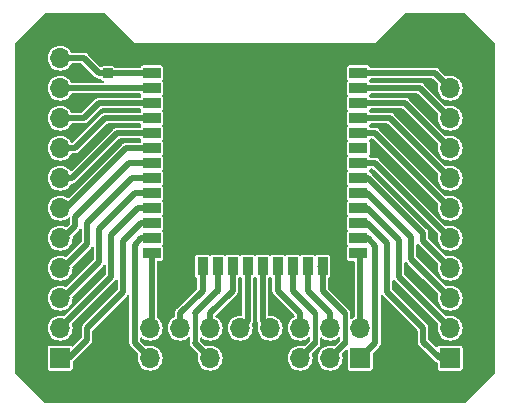
<source format=gbr>
%TF.GenerationSoftware,KiCad,Pcbnew,7.0.8*%
%TF.CreationDate,2024-01-12T13:16:21+01:00*%
%TF.ProjectId,adapter_ESP32,61646170-7465-4725-9f45-535033322e6b,rev?*%
%TF.SameCoordinates,Original*%
%TF.FileFunction,Copper,L1,Top*%
%TF.FilePolarity,Positive*%
%FSLAX46Y46*%
G04 Gerber Fmt 4.6, Leading zero omitted, Abs format (unit mm)*
G04 Created by KiCad (PCBNEW 7.0.8) date 2024-01-12 13:16:21*
%MOMM*%
%LPD*%
G01*
G04 APERTURE LIST*
G04 Aperture macros list*
%AMRoundRect*
0 Rectangle with rounded corners*
0 $1 Rounding radius*
0 $2 $3 $4 $5 $6 $7 $8 $9 X,Y pos of 4 corners*
0 Add a 4 corners polygon primitive as box body*
4,1,4,$2,$3,$4,$5,$6,$7,$8,$9,$2,$3,0*
0 Add four circle primitives for the rounded corners*
1,1,$1+$1,$2,$3*
1,1,$1+$1,$4,$5*
1,1,$1+$1,$6,$7*
1,1,$1+$1,$8,$9*
0 Add four rect primitives between the rounded corners*
20,1,$1+$1,$2,$3,$4,$5,0*
20,1,$1+$1,$4,$5,$6,$7,0*
20,1,$1+$1,$6,$7,$8,$9,0*
20,1,$1+$1,$8,$9,$2,$3,0*%
G04 Aperture macros list end*
%TA.AperFunction,ComponentPad*%
%ADD10R,1.700000X1.700000*%
%TD*%
%TA.AperFunction,ComponentPad*%
%ADD11O,1.700000X1.700000*%
%TD*%
%TA.AperFunction,SMDPad,CuDef*%
%ADD12RoundRect,0.225000X0.250000X-0.225000X0.250000X0.225000X-0.250000X0.225000X-0.250000X-0.225000X0*%
%TD*%
%TA.AperFunction,SMDPad,CuDef*%
%ADD13R,1.500000X0.900000*%
%TD*%
%TA.AperFunction,SMDPad,CuDef*%
%ADD14R,0.900000X1.500000*%
%TD*%
%TA.AperFunction,SMDPad,CuDef*%
%ADD15R,0.900000X0.900000*%
%TD*%
%TA.AperFunction,HeatsinkPad*%
%ADD16C,0.600000*%
%TD*%
%TA.AperFunction,SMDPad,CuDef*%
%ADD17R,3.800000X3.800000*%
%TD*%
%TA.AperFunction,Conductor*%
%ADD18C,0.500000*%
%TD*%
%TA.AperFunction,Conductor*%
%ADD19C,0.250000*%
%TD*%
%TA.AperFunction,Conductor*%
%ADD20C,0.400000*%
%TD*%
G04 APERTURE END LIST*
D10*
%TO.P,J2,1,Pin_1*%
%TO.N,IO4*%
X63500000Y-66040000D03*
D11*
%TO.P,J2,2,Pin_2*%
%TO.N,IO0*%
X63500000Y-63500000D03*
%TO.P,J2,3,Pin_3*%
%TO.N,IO2*%
X60960000Y-66040000D03*
%TO.P,J2,4,Pin_4*%
%TO.N,IO15*%
X60960000Y-63500000D03*
%TO.P,J2,5,Pin_5*%
%TO.N,SDI{slash}SD1*%
X58420000Y-66040000D03*
%TO.P,J2,6,Pin_6*%
%TO.N,SDO{slash}SD0*%
X58420000Y-63500000D03*
%TO.P,J2,7,Pin_7*%
%TO.N,GND*%
X55880000Y-66040000D03*
%TO.P,J2,8,Pin_8*%
%TO.N,SCK{slash}CLK*%
X55880000Y-63500000D03*
%TO.P,J2,9,Pin_9*%
%TO.N,GND*%
X53340000Y-66040000D03*
%TO.P,J2,10,Pin_10*%
%TO.N,SCS{slash}CMD*%
X53340000Y-63500000D03*
%TO.P,J2,11,Pin_11*%
%TO.N,SHD{slash}SD2*%
X50800000Y-66040000D03*
%TO.P,J2,12,Pin_12*%
%TO.N,SWP{slash}SD3*%
X50800000Y-63500000D03*
%TO.P,J2,13,Pin_13*%
%TO.N,GND*%
X48260000Y-66040000D03*
%TO.P,J2,14,Pin_14*%
%TO.N,IO13*%
X48260000Y-63500000D03*
%TO.P,J2,15,Pin_15*%
%TO.N,IO14*%
X45720000Y-66040000D03*
%TO.P,J2,16,Pin_16*%
%TO.N,IO12*%
X45720000Y-63500000D03*
%TD*%
D12*
%TO.P,C1,1*%
%TO.N,VDD*%
X42164000Y-41923000D03*
%TO.P,C1,2*%
%TO.N,GND*%
X42164000Y-40373000D03*
%TD*%
D13*
%TO.P,U1,1,GND*%
%TO.N,GND*%
X45860000Y-40640000D03*
%TO.P,U1,2,VDD*%
%TO.N,VDD*%
X45860000Y-41910000D03*
%TO.P,U1,3,EN*%
%TO.N,EN*%
X45860000Y-43180000D03*
%TO.P,U1,4,SENSOR_VP*%
%TO.N,SENSOR_VP*%
X45860000Y-44450000D03*
%TO.P,U1,5,SENSOR_VN*%
%TO.N,SENSOR_VN*%
X45860000Y-45720000D03*
%TO.P,U1,6,IO34*%
%TO.N,IO34*%
X45860000Y-46990000D03*
%TO.P,U1,7,IO35*%
%TO.N,IO35*%
X45860000Y-48260000D03*
%TO.P,U1,8,IO32*%
%TO.N,IO32*%
X45860000Y-49530000D03*
%TO.P,U1,9,IO33*%
%TO.N,IO33*%
X45860000Y-50800000D03*
%TO.P,U1,10,IO25*%
%TO.N,IO25*%
X45860000Y-52070000D03*
%TO.P,U1,11,IO26*%
%TO.N,IO26*%
X45860000Y-53340000D03*
%TO.P,U1,12,IO27*%
%TO.N,IO27*%
X45860000Y-54610000D03*
%TO.P,U1,13,IO14*%
%TO.N,IO14*%
X45860000Y-55880000D03*
%TO.P,U1,14,IO12*%
%TO.N,IO12*%
X45860000Y-57150000D03*
D14*
%TO.P,U1,15,GND*%
%TO.N,GND*%
X48895000Y-58245000D03*
%TO.P,U1,16,IO13*%
%TO.N,IO13*%
X50165000Y-58245000D03*
%TO.P,U1,17,SHD/SD2*%
%TO.N,SHD{slash}SD2*%
X51435000Y-58245000D03*
%TO.P,U1,18,SWP/SD3*%
%TO.N,SWP{slash}SD3*%
X52705000Y-58245000D03*
%TO.P,U1,19,SCS/CMD*%
%TO.N,SCS{slash}CMD*%
X53975000Y-58245000D03*
%TO.P,U1,20,SCK/CLK*%
%TO.N,SCK{slash}CLK*%
X55245000Y-58245000D03*
%TO.P,U1,21,SDO/SD0*%
%TO.N,SDO{slash}SD0*%
X56515000Y-58245000D03*
%TO.P,U1,22,SDI/SD1*%
%TO.N,SDI{slash}SD1*%
X57785000Y-58245000D03*
%TO.P,U1,23,IO15*%
%TO.N,IO15*%
X59055000Y-58245000D03*
%TO.P,U1,24,IO2*%
%TO.N,IO2*%
X60325000Y-58245000D03*
D13*
%TO.P,U1,25,IO0*%
%TO.N,IO0*%
X63360000Y-57150000D03*
%TO.P,U1,26,IO4*%
%TO.N,IO4*%
X63360000Y-55880000D03*
%TO.P,U1,27,IO16*%
%TO.N,IO16*%
X63360000Y-54610000D03*
%TO.P,U1,28,IO17*%
%TO.N,IO17*%
X63360000Y-53340000D03*
%TO.P,U1,29,IO5*%
%TO.N,IO5*%
X63360000Y-52070000D03*
%TO.P,U1,30,IO18*%
%TO.N,IO18*%
X63360000Y-50800000D03*
%TO.P,U1,31,IO19*%
%TO.N,IO19*%
X63360000Y-49530000D03*
%TO.P,U1,32,NC*%
%TO.N,unconnected-(U1-NC-Pad32)*%
X63360000Y-48260000D03*
%TO.P,U1,33,IO21*%
%TO.N,IO21*%
X63360000Y-46990000D03*
%TO.P,U1,34,RXD0/IO3*%
%TO.N,RXD0{slash}IO3*%
X63360000Y-45720000D03*
%TO.P,U1,35,TXD0/IO1*%
%TO.N,TXD0{slash}IO1*%
X63360000Y-44450000D03*
%TO.P,U1,36,IO22*%
%TO.N,IO22*%
X63360000Y-43180000D03*
%TO.P,U1,37,IO23*%
%TO.N,IO23*%
X63360000Y-41910000D03*
%TO.P,U1,38,GND*%
%TO.N,GND*%
X63360000Y-40640000D03*
D15*
%TO.P,U1,39,GND*%
X51710000Y-46805000D03*
D16*
X51710000Y-47505000D03*
D15*
X51710000Y-48205000D03*
D16*
X51710000Y-48905000D03*
D15*
X51710000Y-49605000D03*
D16*
X52410000Y-46805000D03*
X52410000Y-48205000D03*
X52410000Y-49605000D03*
D15*
X53110000Y-46805000D03*
D16*
X53110000Y-47505000D03*
D15*
X53110000Y-48205000D03*
D17*
X53110000Y-48205000D03*
D16*
X53110000Y-48905000D03*
D15*
X53110000Y-49605000D03*
D16*
X53810000Y-46805000D03*
X53810000Y-48205000D03*
X53810000Y-49605000D03*
D15*
X54510000Y-46805000D03*
D16*
X54510000Y-47505000D03*
D15*
X54510000Y-48205000D03*
D16*
X54510000Y-48905000D03*
D15*
X54510000Y-49605000D03*
%TD*%
D10*
%TO.P,J1,1,Pin_1*%
%TO.N,IO27*%
X38100000Y-66040000D03*
D11*
%TO.P,J1,2,Pin_2*%
%TO.N,IO26*%
X38100000Y-63500000D03*
%TO.P,J1,3,Pin_3*%
%TO.N,IO25*%
X38100000Y-60960000D03*
%TO.P,J1,4,Pin_4*%
%TO.N,IO33*%
X38100000Y-58420000D03*
%TO.P,J1,5,Pin_5*%
%TO.N,IO32*%
X38100000Y-55880000D03*
%TO.P,J1,6,Pin_6*%
%TO.N,IO35*%
X38100000Y-53340000D03*
%TO.P,J1,7,Pin_7*%
%TO.N,IO34*%
X38100000Y-50800000D03*
%TO.P,J1,8,Pin_8*%
%TO.N,SENSOR_VN*%
X38100000Y-48260000D03*
%TO.P,J1,9,Pin_9*%
%TO.N,SENSOR_VP*%
X38100000Y-45720000D03*
%TO.P,J1,10,Pin_10*%
%TO.N,EN*%
X38100000Y-43180000D03*
%TO.P,J1,11,Pin_11*%
%TO.N,VDD*%
X38100000Y-40640000D03*
%TD*%
D10*
%TO.P,J3,1,Pin_1*%
%TO.N,IO16*%
X71120000Y-66040000D03*
D11*
%TO.P,J3,2,Pin_2*%
%TO.N,IO17*%
X71120000Y-63500000D03*
%TO.P,J3,3,Pin_3*%
%TO.N,IO5*%
X71120000Y-60960000D03*
%TO.P,J3,4,Pin_4*%
%TO.N,IO18*%
X71120000Y-58420000D03*
%TO.P,J3,5,Pin_5*%
%TO.N,IO19*%
X71120000Y-55880000D03*
%TO.P,J3,6,Pin_6*%
%TO.N,IO21*%
X71120000Y-53340000D03*
%TO.P,J3,7,Pin_7*%
%TO.N,RXD0{slash}IO3*%
X71120000Y-50800000D03*
%TO.P,J3,8,Pin_8*%
%TO.N,TXD0{slash}IO1*%
X71120000Y-48260000D03*
%TO.P,J3,9,Pin_9*%
%TO.N,IO22*%
X71120000Y-45720000D03*
%TO.P,J3,10,Pin_10*%
%TO.N,IO23*%
X71120000Y-43180000D03*
%TO.P,J3,11,Pin_11*%
%TO.N,GND*%
X71120000Y-40640000D03*
%TD*%
D18*
%TO.N,VDD*%
X40132000Y-40640000D02*
X38354000Y-40640000D01*
X42164000Y-41923000D02*
X41415000Y-41923000D01*
X41415000Y-41923000D02*
X40132000Y-40640000D01*
X42164000Y-41923000D02*
X45847000Y-41923000D01*
X45847000Y-41923000D02*
X45860000Y-41910000D01*
%TO.N,IO23*%
X71120000Y-43180000D02*
X69850000Y-41910000D01*
X69850000Y-41910000D02*
X63360000Y-41910000D01*
%TO.N,IO22*%
X68580000Y-43180000D02*
X63360000Y-43180000D01*
X71120000Y-45720000D02*
X68580000Y-43180000D01*
%TO.N,TXD0{slash}IO1*%
X71120000Y-48260000D02*
X67310000Y-44450000D01*
X67310000Y-44450000D02*
X63360000Y-44450000D01*
%TO.N,RXD0{slash}IO3*%
X66040000Y-45720000D02*
X63360000Y-45720000D01*
X71120000Y-50800000D02*
X66040000Y-45720000D01*
%TO.N,IO21*%
X71120000Y-53340000D02*
X64770000Y-46990000D01*
X64770000Y-46990000D02*
X63360000Y-46990000D01*
%TO.N,IO19*%
X71120000Y-55880000D02*
X64770000Y-49530000D01*
X64770000Y-49530000D02*
X63360000Y-49530000D01*
%TO.N,IO18*%
X71120000Y-58420000D02*
X68834000Y-56134000D01*
X63360000Y-50800000D02*
X64176672Y-50800000D01*
X64176672Y-50800000D02*
X68834000Y-55457328D01*
X68834000Y-56134000D02*
X68834000Y-55457328D01*
%TO.N,IO5*%
X71120000Y-60960000D02*
X67818000Y-57658000D01*
X67818000Y-57658000D02*
X67818000Y-55778000D01*
X67818000Y-55778000D02*
X64110000Y-52070000D01*
X64110000Y-52070000D02*
X63360000Y-52070000D01*
%TO.N,IO17*%
X66802000Y-56032000D02*
X64110000Y-53340000D01*
X71120000Y-63500000D02*
X66802000Y-59182000D01*
X66802000Y-59182000D02*
X66802000Y-56032000D01*
D19*
X64110000Y-53340000D02*
X63360000Y-53340000D01*
D18*
%TO.N,IO16*%
X71120000Y-66040000D02*
X70231000Y-66040000D01*
D19*
X64110000Y-54610000D02*
X63360000Y-54610000D01*
D18*
X68834000Y-63500000D02*
X65786000Y-60452000D01*
X65786000Y-56286000D02*
X64110000Y-54610000D01*
X68834000Y-64643000D02*
X68834000Y-63500000D01*
X70231000Y-66040000D02*
X68834000Y-64643000D01*
X65786000Y-60452000D02*
X65786000Y-56286000D01*
%TO.N,IO4*%
X64800000Y-64740000D02*
X64800000Y-56543950D01*
X64136050Y-55880000D02*
X63360000Y-55880000D01*
X63500000Y-66040000D02*
X64800000Y-64740000D01*
X64800000Y-56543950D02*
X64136050Y-55880000D01*
D19*
%TO.N,IO0*%
X63500000Y-57290000D02*
X63360000Y-57150000D01*
D18*
X63500000Y-63500000D02*
X63500000Y-57290000D01*
D19*
%TO.N,IO2*%
X59957000Y-58245000D02*
X60198000Y-58486000D01*
D18*
X62230000Y-62230000D02*
X60325000Y-60325000D01*
D20*
X62230000Y-64770000D02*
X62230000Y-62230000D01*
D18*
X60325000Y-60325000D02*
X60325000Y-58245000D01*
X60960000Y-66040000D02*
X62230000Y-64770000D01*
%TO.N,IO15*%
X60960000Y-63500000D02*
X60960000Y-62230000D01*
X60960000Y-62230000D02*
X59055000Y-60325000D01*
X59055000Y-60325000D02*
X59055000Y-58245000D01*
%TO.N,SDI{slash}SD1*%
X59690000Y-62230000D02*
X57785000Y-60325000D01*
X57785000Y-60325000D02*
X57785000Y-58245000D01*
D20*
X59690000Y-64770000D02*
X59690000Y-62230000D01*
D18*
X58420000Y-66040000D02*
X59690000Y-64770000D01*
%TO.N,SDO{slash}SD0*%
X58420000Y-63500000D02*
X58420000Y-62230000D01*
X56515000Y-60325000D02*
X56515000Y-58245000D01*
X58420000Y-62230000D02*
X56515000Y-60325000D01*
%TO.N,SCK{slash}CLK*%
X55245000Y-58245000D02*
X55245000Y-62865000D01*
X55245000Y-62865000D02*
X55880000Y-63500000D01*
%TO.N,SCS{slash}CMD*%
X53975000Y-62865000D02*
X53975000Y-58245000D01*
X53340000Y-63500000D02*
X53975000Y-62865000D01*
%TO.N,SWP{slash}SD3*%
X50800000Y-62230000D02*
X50800000Y-63500000D01*
X52705000Y-58245000D02*
X52705000Y-60325000D01*
X52705000Y-60325000D02*
X50800000Y-62230000D01*
%TO.N,SHD{slash}SD2*%
X51308000Y-60452000D02*
X49530000Y-62230000D01*
D20*
X49530000Y-62230000D02*
X49530000Y-64770000D01*
D18*
X49530000Y-64770000D02*
X50800000Y-66040000D01*
X51435000Y-60325000D02*
X51435000Y-58245000D01*
X51308000Y-60452000D02*
X51435000Y-60325000D01*
%TO.N,IO13*%
X50165000Y-60325000D02*
X48260000Y-62230000D01*
X48260000Y-62230000D02*
X48260000Y-63500000D01*
X50165000Y-58245000D02*
X50165000Y-60325000D01*
D19*
X48514000Y-63246000D02*
X48260000Y-63500000D01*
D18*
%TO.N,IO12*%
X45860000Y-57150000D02*
X45860000Y-63360000D01*
D19*
X45860000Y-63360000D02*
X45720000Y-63500000D01*
D18*
%TO.N,IO14*%
X44958000Y-55880000D02*
X45860000Y-55880000D01*
X44420000Y-64740000D02*
X44420000Y-56418000D01*
X44420000Y-56418000D02*
X44958000Y-55880000D01*
X45720000Y-66040000D02*
X44420000Y-64740000D01*
D19*
X45466000Y-66040000D02*
X45720000Y-66040000D01*
D18*
%TO.N,IO27*%
X40386000Y-64516000D02*
X38862000Y-66040000D01*
X43434000Y-60198000D02*
X43434000Y-56134000D01*
X40386000Y-63500000D02*
X40386000Y-64516000D01*
X43434000Y-60452000D02*
X40386000Y-63500000D01*
X43434000Y-56134000D02*
X44958000Y-54610000D01*
X43434000Y-60452000D02*
X43434000Y-60198000D01*
X44958000Y-54610000D02*
X45860000Y-54610000D01*
X38862000Y-66040000D02*
X38100000Y-66040000D01*
%TO.N,IO26*%
X44704000Y-53340000D02*
X45860000Y-53340000D01*
X42418000Y-59182000D02*
X42418000Y-55626000D01*
X42418000Y-55626000D02*
X44704000Y-53340000D01*
X38354000Y-63246000D02*
X42418000Y-59182000D01*
X38354000Y-63500000D02*
X38354000Y-63246000D01*
%TO.N,IO25*%
X41402000Y-55118000D02*
X44450000Y-52070000D01*
X41402000Y-57912000D02*
X41402000Y-55118000D01*
X44450000Y-52070000D02*
X45860000Y-52070000D01*
X38354000Y-60960000D02*
X41402000Y-57912000D01*
%TO.N,IO33*%
X40386000Y-54610000D02*
X44196000Y-50800000D01*
X40386000Y-56388000D02*
X40386000Y-54610000D01*
X44196000Y-50800000D02*
X45860000Y-50800000D01*
X38354000Y-58420000D02*
X40386000Y-56388000D01*
%TO.N,IO32*%
X38354000Y-55880000D02*
X39400000Y-54834000D01*
X39400000Y-54072000D02*
X43942000Y-49530000D01*
X39400000Y-54834000D02*
X39400000Y-54072000D01*
X43942000Y-49530000D02*
X45860000Y-49530000D01*
%TO.N,IO35*%
X38354000Y-53340000D02*
X38608000Y-53340000D01*
X38608000Y-53340000D02*
X43688000Y-48260000D01*
X43688000Y-48260000D02*
X45860000Y-48260000D01*
D19*
%TO.N,IO34*%
X38354000Y-50800000D02*
X38862000Y-50800000D01*
D18*
X38862000Y-50800000D02*
X39116000Y-50800000D01*
X39116000Y-50800000D02*
X42926000Y-46990000D01*
X42926000Y-46990000D02*
X45860000Y-46990000D01*
%TO.N,SENSOR_VN*%
X38354000Y-48260000D02*
X39370000Y-48260000D01*
X39370000Y-48260000D02*
X41910000Y-45720000D01*
X41910000Y-45720000D02*
X45860000Y-45720000D01*
%TO.N,SENSOR_VP*%
X41402000Y-44450000D02*
X45860000Y-44450000D01*
X38354000Y-45720000D02*
X40132000Y-45720000D01*
X40132000Y-45720000D02*
X41402000Y-44450000D01*
%TO.N,EN*%
X38354000Y-43180000D02*
X45860000Y-43180000D01*
%TD*%
%TA.AperFunction,Conductor*%
%TO.N,GND*%
G36*
X41926975Y-36849407D02*
G01*
X41938788Y-36859496D01*
X44435701Y-39356408D01*
X44435913Y-39356724D01*
X44449618Y-39370384D01*
X44449901Y-39370501D01*
X44449998Y-39370541D01*
X44450000Y-39370541D01*
X44469582Y-39370541D01*
X44469788Y-39370500D01*
X64750135Y-39370500D01*
X64750330Y-39370539D01*
X64770000Y-39370542D01*
X64770342Y-39370400D01*
X64772184Y-39369655D01*
X64777084Y-39363682D01*
X64784547Y-39356219D01*
X64784662Y-39356044D01*
X67281211Y-36859496D01*
X67335728Y-36831719D01*
X67351215Y-36830500D01*
X72348784Y-36830500D01*
X72406975Y-36849407D01*
X72418788Y-36859496D01*
X74900504Y-39341211D01*
X74928281Y-39395728D01*
X74929500Y-39411215D01*
X74929500Y-67268784D01*
X74910593Y-67326975D01*
X74900504Y-67338788D01*
X72418788Y-69820504D01*
X72364271Y-69848281D01*
X72348784Y-69849500D01*
X36871215Y-69849500D01*
X36813024Y-69830593D01*
X36801211Y-69820504D01*
X34319496Y-67338788D01*
X34291719Y-67284271D01*
X34290500Y-67268784D01*
X34290500Y-63500003D01*
X37044417Y-63500003D01*
X37064698Y-63705929D01*
X37064699Y-63705934D01*
X37124768Y-63903954D01*
X37222316Y-64086452D01*
X37250499Y-64120793D01*
X37353590Y-64246410D01*
X37353595Y-64246414D01*
X37513547Y-64377683D01*
X37513548Y-64377683D01*
X37513550Y-64377685D01*
X37696046Y-64475232D01*
X37818538Y-64512389D01*
X37894065Y-64535300D01*
X37894070Y-64535301D01*
X38099997Y-64555583D01*
X38100000Y-64555583D01*
X38100003Y-64555583D01*
X38305929Y-64535301D01*
X38305934Y-64535300D01*
X38330408Y-64527876D01*
X38503954Y-64475232D01*
X38686450Y-64377685D01*
X38846410Y-64246410D01*
X38977685Y-64086450D01*
X39075232Y-63903954D01*
X39135300Y-63705934D01*
X39135301Y-63705929D01*
X39155583Y-63500003D01*
X39155583Y-63499996D01*
X39135301Y-63294070D01*
X39135300Y-63294065D01*
X39107777Y-63203334D01*
X39108978Y-63142161D01*
X39132508Y-63104594D01*
X42716699Y-59520402D01*
X42720830Y-59516710D01*
X42751970Y-59491879D01*
X42785480Y-59442728D01*
X42804846Y-59416487D01*
X42854613Y-59380897D01*
X42915797Y-59381355D01*
X42965026Y-59417689D01*
X42983500Y-59475278D01*
X42983500Y-60224388D01*
X42964593Y-60282579D01*
X42954504Y-60294392D01*
X40087301Y-63161593D01*
X40083160Y-63165294D01*
X40052031Y-63190119D01*
X40018519Y-63239271D01*
X39983207Y-63287116D01*
X39979742Y-63293674D01*
X39979353Y-63293468D01*
X39978350Y-63295455D01*
X39978746Y-63295646D01*
X39975528Y-63302327D01*
X39957992Y-63359177D01*
X39938355Y-63415297D01*
X39936976Y-63422587D01*
X39936544Y-63422505D01*
X39936171Y-63424700D01*
X39936605Y-63424766D01*
X39935500Y-63432099D01*
X39935500Y-63491572D01*
X39933276Y-63551010D01*
X39934107Y-63558385D01*
X39933668Y-63558434D01*
X39935500Y-63572344D01*
X39935500Y-64288388D01*
X39916593Y-64346579D01*
X39906504Y-64358392D01*
X39226871Y-65038024D01*
X39172354Y-65065801D01*
X39111922Y-65056230D01*
X39101865Y-65050335D01*
X39094552Y-65045448D01*
X39045548Y-65012704D01*
X39028233Y-65001134D01*
X39028231Y-65001133D01*
X39028228Y-65001132D01*
X39028227Y-65001132D01*
X38969758Y-64989501D01*
X38969748Y-64989500D01*
X37230252Y-64989500D01*
X37230251Y-64989500D01*
X37230241Y-64989501D01*
X37171772Y-65001132D01*
X37171766Y-65001134D01*
X37105451Y-65045445D01*
X37105445Y-65045451D01*
X37061134Y-65111766D01*
X37061132Y-65111772D01*
X37049501Y-65170241D01*
X37049500Y-65170253D01*
X37049500Y-66909746D01*
X37049501Y-66909758D01*
X37061132Y-66968227D01*
X37061134Y-66968233D01*
X37105445Y-67034548D01*
X37105448Y-67034552D01*
X37171769Y-67078867D01*
X37216231Y-67087711D01*
X37230241Y-67090498D01*
X37230246Y-67090498D01*
X37230252Y-67090500D01*
X37230253Y-67090500D01*
X38969747Y-67090500D01*
X38969748Y-67090500D01*
X39028231Y-67078867D01*
X39094552Y-67034552D01*
X39138867Y-66968231D01*
X39150500Y-66909748D01*
X39150500Y-66430058D01*
X39169407Y-66371867D01*
X39182164Y-66357485D01*
X39218194Y-66324055D01*
X39222823Y-66318251D01*
X39223168Y-66318526D01*
X39231704Y-66307398D01*
X40684704Y-64854399D01*
X40688835Y-64850706D01*
X40719970Y-64825879D01*
X40753476Y-64776734D01*
X40788792Y-64728883D01*
X40788793Y-64728877D01*
X40792258Y-64722324D01*
X40792650Y-64722531D01*
X40793651Y-64720548D01*
X40793253Y-64720356D01*
X40796468Y-64713677D01*
X40796472Y-64713673D01*
X40814008Y-64656820D01*
X40833646Y-64600700D01*
X40833646Y-64600697D01*
X40835026Y-64593408D01*
X40835460Y-64593490D01*
X40835831Y-64591307D01*
X40835394Y-64591242D01*
X40836500Y-64583904D01*
X40836500Y-64524427D01*
X40837119Y-64507876D01*
X40838724Y-64464990D01*
X40838722Y-64464985D01*
X40837893Y-64457615D01*
X40838331Y-64457565D01*
X40836500Y-64443655D01*
X40836500Y-63727610D01*
X40855407Y-63669419D01*
X40865490Y-63657612D01*
X43732699Y-60790402D01*
X43736830Y-60786710D01*
X43767970Y-60761879D01*
X43788701Y-60731470D01*
X43837103Y-60694041D01*
X43898261Y-60692210D01*
X43948815Y-60726676D01*
X43969456Y-60784275D01*
X43969500Y-60787238D01*
X43969500Y-64711913D01*
X43969189Y-64717459D01*
X43964730Y-64757034D01*
X43964730Y-64757036D01*
X43975788Y-64815479D01*
X43984652Y-64874287D01*
X43986840Y-64881381D01*
X43986417Y-64881511D01*
X43987109Y-64883613D01*
X43987526Y-64883468D01*
X43989975Y-64890468D01*
X44017777Y-64943073D01*
X44043574Y-64996641D01*
X44047753Y-65002770D01*
X44047389Y-65003017D01*
X44048677Y-65004831D01*
X44049030Y-65004571D01*
X44053431Y-65010535D01*
X44095495Y-65052599D01*
X44135944Y-65096194D01*
X44141743Y-65100818D01*
X44141467Y-65101163D01*
X44152600Y-65109704D01*
X44687489Y-65644593D01*
X44715266Y-65699110D01*
X44712222Y-65743335D01*
X44684699Y-65834065D01*
X44684698Y-65834070D01*
X44664417Y-66039996D01*
X44664417Y-66040003D01*
X44684698Y-66245929D01*
X44684699Y-66245934D01*
X44744768Y-66443954D01*
X44842316Y-66626452D01*
X44973585Y-66786404D01*
X44973590Y-66786410D01*
X44973595Y-66786414D01*
X45133547Y-66917683D01*
X45133548Y-66917683D01*
X45133550Y-66917685D01*
X45316046Y-67015232D01*
X45453997Y-67057078D01*
X45514065Y-67075300D01*
X45514070Y-67075301D01*
X45719997Y-67095583D01*
X45720000Y-67095583D01*
X45720003Y-67095583D01*
X45925929Y-67075301D01*
X45925934Y-67075300D01*
X46123954Y-67015232D01*
X46306450Y-66917685D01*
X46466410Y-66786410D01*
X46597685Y-66626450D01*
X46695232Y-66443954D01*
X46755300Y-66245934D01*
X46755301Y-66245929D01*
X46775583Y-66040003D01*
X46775583Y-66039996D01*
X46755301Y-65834070D01*
X46755300Y-65834065D01*
X46710552Y-65686551D01*
X46695232Y-65636046D01*
X46597685Y-65453550D01*
X46518126Y-65356607D01*
X46466414Y-65293595D01*
X46466410Y-65293590D01*
X46466404Y-65293585D01*
X46306452Y-65162316D01*
X46123954Y-65064768D01*
X45925934Y-65004699D01*
X45925929Y-65004698D01*
X45720003Y-64984417D01*
X45719997Y-64984417D01*
X45514075Y-65004698D01*
X45514060Y-65004701D01*
X45423333Y-65032222D01*
X45362159Y-65031020D01*
X45324592Y-65007489D01*
X44899496Y-64582393D01*
X44871719Y-64527876D01*
X44870500Y-64512389D01*
X44870500Y-64371123D01*
X44889407Y-64312932D01*
X44938907Y-64276968D01*
X45000093Y-64276968D01*
X45032301Y-64294593D01*
X45074711Y-64329397D01*
X45133547Y-64377683D01*
X45133548Y-64377683D01*
X45133550Y-64377685D01*
X45316046Y-64475232D01*
X45438538Y-64512389D01*
X45514065Y-64535300D01*
X45514070Y-64535301D01*
X45719997Y-64555583D01*
X45720000Y-64555583D01*
X45720003Y-64555583D01*
X45925929Y-64535301D01*
X45925934Y-64535300D01*
X45950408Y-64527876D01*
X46123954Y-64475232D01*
X46306450Y-64377685D01*
X46466410Y-64246410D01*
X46597685Y-64086450D01*
X46695232Y-63903954D01*
X46755300Y-63705934D01*
X46755301Y-63705929D01*
X46775583Y-63500003D01*
X47204417Y-63500003D01*
X47224698Y-63705929D01*
X47224699Y-63705934D01*
X47284768Y-63903954D01*
X47382316Y-64086452D01*
X47410499Y-64120793D01*
X47513590Y-64246410D01*
X47513595Y-64246414D01*
X47673547Y-64377683D01*
X47673548Y-64377683D01*
X47673550Y-64377685D01*
X47856046Y-64475232D01*
X47978538Y-64512389D01*
X48054065Y-64535300D01*
X48054070Y-64535301D01*
X48259997Y-64555583D01*
X48260000Y-64555583D01*
X48260003Y-64555583D01*
X48465929Y-64535301D01*
X48465934Y-64535300D01*
X48490408Y-64527876D01*
X48663954Y-64475232D01*
X48846450Y-64377685D01*
X48967695Y-64278181D01*
X49024672Y-64255882D01*
X49083875Y-64271330D01*
X49122690Y-64318627D01*
X49129500Y-64354710D01*
X49129500Y-64540743D01*
X49121240Y-64580332D01*
X49089935Y-64652082D01*
X49074730Y-64787035D01*
X49074730Y-64787038D01*
X49099975Y-64920466D01*
X49099976Y-64920470D01*
X49099977Y-64920472D01*
X49118543Y-64955600D01*
X49163433Y-65040537D01*
X49767489Y-65644593D01*
X49795266Y-65699110D01*
X49792222Y-65743335D01*
X49764699Y-65834065D01*
X49764698Y-65834070D01*
X49744417Y-66039996D01*
X49744417Y-66040003D01*
X49764698Y-66245929D01*
X49764699Y-66245934D01*
X49824768Y-66443954D01*
X49922316Y-66626452D01*
X50053585Y-66786404D01*
X50053590Y-66786410D01*
X50053595Y-66786414D01*
X50213547Y-66917683D01*
X50213548Y-66917683D01*
X50213550Y-66917685D01*
X50396046Y-67015232D01*
X50533997Y-67057078D01*
X50594065Y-67075300D01*
X50594070Y-67075301D01*
X50799997Y-67095583D01*
X50800000Y-67095583D01*
X50800003Y-67095583D01*
X51005929Y-67075301D01*
X51005934Y-67075300D01*
X51203954Y-67015232D01*
X51386450Y-66917685D01*
X51546410Y-66786410D01*
X51677685Y-66626450D01*
X51775232Y-66443954D01*
X51835300Y-66245934D01*
X51835301Y-66245929D01*
X51855583Y-66040003D01*
X51855583Y-66039996D01*
X51835301Y-65834070D01*
X51835300Y-65834065D01*
X51790552Y-65686551D01*
X51775232Y-65636046D01*
X51677685Y-65453550D01*
X51598126Y-65356607D01*
X51546414Y-65293595D01*
X51546410Y-65293590D01*
X51546404Y-65293585D01*
X51386452Y-65162316D01*
X51203954Y-65064768D01*
X51005934Y-65004699D01*
X51005929Y-65004698D01*
X50800003Y-64984417D01*
X50799997Y-64984417D01*
X50594075Y-65004698D01*
X50594060Y-65004701D01*
X50503333Y-65032222D01*
X50442159Y-65031020D01*
X50404592Y-65007489D01*
X49959496Y-64562393D01*
X49931719Y-64507876D01*
X49930500Y-64492389D01*
X49930500Y-64354710D01*
X49949407Y-64296519D01*
X49998907Y-64260555D01*
X50060093Y-64260555D01*
X50092303Y-64278181D01*
X50134648Y-64312932D01*
X50213547Y-64377683D01*
X50213548Y-64377683D01*
X50213550Y-64377685D01*
X50396046Y-64475232D01*
X50518538Y-64512389D01*
X50594065Y-64535300D01*
X50594070Y-64535301D01*
X50799997Y-64555583D01*
X50800000Y-64555583D01*
X50800003Y-64555583D01*
X51005929Y-64535301D01*
X51005934Y-64535300D01*
X51030408Y-64527876D01*
X51203954Y-64475232D01*
X51386450Y-64377685D01*
X51546410Y-64246410D01*
X51677685Y-64086450D01*
X51775232Y-63903954D01*
X51835300Y-63705934D01*
X51835301Y-63705929D01*
X51855583Y-63500003D01*
X51855583Y-63499996D01*
X51835301Y-63294070D01*
X51835300Y-63294065D01*
X51803768Y-63190119D01*
X51775232Y-63096046D01*
X51677685Y-62913550D01*
X51651822Y-62882036D01*
X51546414Y-62753595D01*
X51546410Y-62753590D01*
X51386450Y-62622315D01*
X51302830Y-62577618D01*
X51260424Y-62533513D01*
X51250500Y-62490309D01*
X51250500Y-62457610D01*
X51269407Y-62399419D01*
X51279490Y-62387612D01*
X53003699Y-60663402D01*
X53007830Y-60659710D01*
X53038970Y-60634879D01*
X53072480Y-60585728D01*
X53107793Y-60537882D01*
X53107796Y-60537873D01*
X53111263Y-60531316D01*
X53111655Y-60531523D01*
X53112651Y-60529550D01*
X53112252Y-60529358D01*
X53115468Y-60522677D01*
X53115472Y-60522673D01*
X53133007Y-60465822D01*
X53152646Y-60409699D01*
X53152646Y-60409696D01*
X53154026Y-60402407D01*
X53154460Y-60402489D01*
X53154831Y-60400307D01*
X53154394Y-60400242D01*
X53155500Y-60392904D01*
X53155500Y-60333441D01*
X53156327Y-60311338D01*
X53157725Y-60273990D01*
X53157723Y-60273984D01*
X53156894Y-60266616D01*
X53157331Y-60266566D01*
X53155500Y-60252652D01*
X53155500Y-59280575D01*
X53174407Y-59222384D01*
X53223907Y-59186420D01*
X53232442Y-59184192D01*
X53233224Y-59183868D01*
X53233231Y-59183867D01*
X53285000Y-59149274D01*
X53343885Y-59132667D01*
X53394998Y-59149274D01*
X53446769Y-59183867D01*
X53446773Y-59183867D01*
X53455776Y-59187597D01*
X53455096Y-59189236D01*
X53498195Y-59213371D01*
X53523813Y-59268935D01*
X53524500Y-59280575D01*
X53524500Y-62353358D01*
X53505593Y-62411549D01*
X53456093Y-62447513D01*
X53415798Y-62451881D01*
X53340005Y-62444417D01*
X53339997Y-62444417D01*
X53134070Y-62464698D01*
X53134065Y-62464699D01*
X52936045Y-62524768D01*
X52753547Y-62622316D01*
X52593595Y-62753585D01*
X52593585Y-62753595D01*
X52462316Y-62913547D01*
X52364768Y-63096045D01*
X52304699Y-63294065D01*
X52304698Y-63294070D01*
X52284417Y-63499996D01*
X52284417Y-63500003D01*
X52304698Y-63705929D01*
X52304699Y-63705934D01*
X52364768Y-63903954D01*
X52462316Y-64086452D01*
X52490499Y-64120793D01*
X52593590Y-64246410D01*
X52593595Y-64246414D01*
X52753547Y-64377683D01*
X52753548Y-64377683D01*
X52753550Y-64377685D01*
X52936046Y-64475232D01*
X53058538Y-64512389D01*
X53134065Y-64535300D01*
X53134070Y-64535301D01*
X53339997Y-64555583D01*
X53340000Y-64555583D01*
X53340003Y-64555583D01*
X53545929Y-64535301D01*
X53545934Y-64535300D01*
X53570408Y-64527876D01*
X53743954Y-64475232D01*
X53926450Y-64377685D01*
X54086410Y-64246410D01*
X54217685Y-64086450D01*
X54315232Y-63903954D01*
X54375300Y-63705934D01*
X54375301Y-63705929D01*
X54395583Y-63500003D01*
X54395583Y-63499996D01*
X54375301Y-63294070D01*
X54375300Y-63294065D01*
X54343973Y-63190795D01*
X54345174Y-63129622D01*
X54359054Y-63103271D01*
X54377793Y-63077882D01*
X54377794Y-63077879D01*
X54381263Y-63071316D01*
X54381655Y-63071523D01*
X54382651Y-63069550D01*
X54382252Y-63069358D01*
X54385468Y-63062677D01*
X54385472Y-63062673D01*
X54403007Y-63005822D01*
X54422646Y-62949699D01*
X54422646Y-62949696D01*
X54424026Y-62942407D01*
X54424460Y-62942489D01*
X54424831Y-62940307D01*
X54424394Y-62940242D01*
X54425500Y-62932904D01*
X54425500Y-62873441D01*
X54427725Y-62813990D01*
X54427723Y-62813984D01*
X54426894Y-62806616D01*
X54427331Y-62806566D01*
X54425500Y-62792652D01*
X54425500Y-59280575D01*
X54444407Y-59222384D01*
X54493907Y-59186420D01*
X54502442Y-59184192D01*
X54503224Y-59183868D01*
X54503231Y-59183867D01*
X54555000Y-59149274D01*
X54613885Y-59132667D01*
X54664998Y-59149274D01*
X54716769Y-59183867D01*
X54716773Y-59183867D01*
X54725776Y-59187597D01*
X54725096Y-59189236D01*
X54768195Y-59213371D01*
X54793813Y-59268935D01*
X54794500Y-59280575D01*
X54794500Y-62836913D01*
X54794189Y-62842459D01*
X54789730Y-62882034D01*
X54789730Y-62882036D01*
X54800788Y-62940479D01*
X54809652Y-62999287D01*
X54811840Y-63006381D01*
X54811417Y-63006511D01*
X54812109Y-63008613D01*
X54812526Y-63008468D01*
X54814975Y-63015468D01*
X54842777Y-63068072D01*
X54869274Y-63123093D01*
X54877487Y-63183724D01*
X54874815Y-63194785D01*
X54844700Y-63294062D01*
X54844698Y-63294070D01*
X54824417Y-63499996D01*
X54824417Y-63500003D01*
X54844698Y-63705929D01*
X54844699Y-63705934D01*
X54904768Y-63903954D01*
X55002316Y-64086452D01*
X55030499Y-64120793D01*
X55133590Y-64246410D01*
X55133595Y-64246414D01*
X55293547Y-64377683D01*
X55293548Y-64377683D01*
X55293550Y-64377685D01*
X55476046Y-64475232D01*
X55598538Y-64512389D01*
X55674065Y-64535300D01*
X55674070Y-64535301D01*
X55879997Y-64555583D01*
X55880000Y-64555583D01*
X55880003Y-64555583D01*
X56085929Y-64535301D01*
X56085934Y-64535300D01*
X56110408Y-64527876D01*
X56283954Y-64475232D01*
X56466450Y-64377685D01*
X56626410Y-64246410D01*
X56757685Y-64086450D01*
X56855232Y-63903954D01*
X56915300Y-63705934D01*
X56915301Y-63705929D01*
X56935583Y-63500003D01*
X56935583Y-63499996D01*
X56915301Y-63294070D01*
X56915300Y-63294065D01*
X56883768Y-63190119D01*
X56855232Y-63096046D01*
X56757685Y-62913550D01*
X56731822Y-62882036D01*
X56626414Y-62753595D01*
X56626410Y-62753590D01*
X56589174Y-62723031D01*
X56466452Y-62622316D01*
X56283954Y-62524768D01*
X56085934Y-62464699D01*
X56085929Y-62464698D01*
X55880003Y-62444417D01*
X55879995Y-62444417D01*
X55804202Y-62451881D01*
X55744439Y-62438768D01*
X55703797Y-62393031D01*
X55695500Y-62353358D01*
X55695500Y-59280575D01*
X55714407Y-59222384D01*
X55763907Y-59186420D01*
X55772442Y-59184192D01*
X55773224Y-59183868D01*
X55773231Y-59183867D01*
X55825000Y-59149274D01*
X55883885Y-59132667D01*
X55934998Y-59149274D01*
X55986769Y-59183867D01*
X55986773Y-59183867D01*
X55995776Y-59187597D01*
X55995096Y-59189236D01*
X56038195Y-59213371D01*
X56063813Y-59268935D01*
X56064500Y-59280575D01*
X56064500Y-60296913D01*
X56064189Y-60302459D01*
X56059730Y-60342034D01*
X56059730Y-60342036D01*
X56070788Y-60400479D01*
X56079652Y-60459287D01*
X56081840Y-60466381D01*
X56081417Y-60466511D01*
X56082109Y-60468613D01*
X56082526Y-60468468D01*
X56084975Y-60475468D01*
X56112777Y-60528073D01*
X56138574Y-60581641D01*
X56142753Y-60587770D01*
X56142389Y-60588017D01*
X56143677Y-60589831D01*
X56144030Y-60589571D01*
X56148431Y-60595535D01*
X56190495Y-60637599D01*
X56230944Y-60681194D01*
X56236743Y-60685818D01*
X56236467Y-60686163D01*
X56247600Y-60694704D01*
X57099348Y-61546452D01*
X57940504Y-62387607D01*
X57968281Y-62442124D01*
X57969500Y-62457611D01*
X57969500Y-62490309D01*
X57950593Y-62548500D01*
X57917169Y-62577619D01*
X57833551Y-62622314D01*
X57673595Y-62753585D01*
X57673585Y-62753595D01*
X57542316Y-62913547D01*
X57444768Y-63096045D01*
X57384699Y-63294065D01*
X57384698Y-63294070D01*
X57364417Y-63499996D01*
X57364417Y-63500003D01*
X57384698Y-63705929D01*
X57384699Y-63705934D01*
X57444768Y-63903954D01*
X57542316Y-64086452D01*
X57570499Y-64120793D01*
X57673590Y-64246410D01*
X57673595Y-64246414D01*
X57833547Y-64377683D01*
X57833548Y-64377683D01*
X57833550Y-64377685D01*
X58016046Y-64475232D01*
X58138538Y-64512389D01*
X58214065Y-64535300D01*
X58214070Y-64535301D01*
X58419997Y-64555583D01*
X58420000Y-64555583D01*
X58420003Y-64555583D01*
X58625929Y-64535301D01*
X58625934Y-64535300D01*
X58650408Y-64527876D01*
X58823954Y-64475232D01*
X59006450Y-64377685D01*
X59127695Y-64278181D01*
X59184672Y-64255882D01*
X59243875Y-64271330D01*
X59282690Y-64318627D01*
X59289500Y-64354710D01*
X59289500Y-64492388D01*
X59270593Y-64550579D01*
X59260503Y-64562392D01*
X58815405Y-65007489D01*
X58760889Y-65035266D01*
X58716664Y-65032222D01*
X58625934Y-65004699D01*
X58625929Y-65004698D01*
X58420003Y-64984417D01*
X58419997Y-64984417D01*
X58214070Y-65004698D01*
X58214065Y-65004699D01*
X58016045Y-65064768D01*
X57833547Y-65162316D01*
X57673595Y-65293585D01*
X57673585Y-65293595D01*
X57542316Y-65453547D01*
X57444768Y-65636045D01*
X57384699Y-65834065D01*
X57384698Y-65834070D01*
X57364417Y-66039996D01*
X57364417Y-66040003D01*
X57384698Y-66245929D01*
X57384699Y-66245934D01*
X57444768Y-66443954D01*
X57542316Y-66626452D01*
X57673585Y-66786404D01*
X57673590Y-66786410D01*
X57673595Y-66786414D01*
X57833547Y-66917683D01*
X57833548Y-66917683D01*
X57833550Y-66917685D01*
X58016046Y-67015232D01*
X58153997Y-67057078D01*
X58214065Y-67075300D01*
X58214070Y-67075301D01*
X58419997Y-67095583D01*
X58420000Y-67095583D01*
X58420003Y-67095583D01*
X58625929Y-67075301D01*
X58625934Y-67075300D01*
X58823954Y-67015232D01*
X59006450Y-66917685D01*
X59166410Y-66786410D01*
X59297685Y-66626450D01*
X59395232Y-66443954D01*
X59455300Y-66245934D01*
X59455301Y-66245929D01*
X59475583Y-66040003D01*
X59475583Y-66039996D01*
X59455301Y-65834070D01*
X59455300Y-65834065D01*
X59427777Y-65743334D01*
X59428978Y-65682161D01*
X59452508Y-65644594D01*
X60032425Y-65064678D01*
X60092793Y-64982882D01*
X60137646Y-64854700D01*
X60142724Y-64718990D01*
X60142723Y-64718986D01*
X60142723Y-64718984D01*
X60107575Y-64587813D01*
X60107572Y-64587808D01*
X60105672Y-64584783D01*
X60090500Y-64532116D01*
X60090500Y-64354710D01*
X60109407Y-64296519D01*
X60158907Y-64260555D01*
X60220093Y-64260555D01*
X60252303Y-64278181D01*
X60294648Y-64312932D01*
X60373547Y-64377683D01*
X60373548Y-64377683D01*
X60373550Y-64377685D01*
X60556046Y-64475232D01*
X60678538Y-64512389D01*
X60754065Y-64535300D01*
X60754070Y-64535301D01*
X60959997Y-64555583D01*
X60960000Y-64555583D01*
X60960003Y-64555583D01*
X61165929Y-64535301D01*
X61165934Y-64535300D01*
X61190408Y-64527876D01*
X61363954Y-64475232D01*
X61546450Y-64377685D01*
X61667695Y-64278181D01*
X61724672Y-64255882D01*
X61783875Y-64271330D01*
X61822690Y-64318627D01*
X61829500Y-64354710D01*
X61829500Y-64492388D01*
X61810593Y-64550579D01*
X61800503Y-64562392D01*
X61355405Y-65007489D01*
X61300889Y-65035266D01*
X61256664Y-65032222D01*
X61165934Y-65004699D01*
X61165929Y-65004698D01*
X60960003Y-64984417D01*
X60959997Y-64984417D01*
X60754070Y-65004698D01*
X60754065Y-65004699D01*
X60556045Y-65064768D01*
X60373547Y-65162316D01*
X60213595Y-65293585D01*
X60213585Y-65293595D01*
X60082316Y-65453547D01*
X59984768Y-65636045D01*
X59924699Y-65834065D01*
X59924698Y-65834070D01*
X59904417Y-66039996D01*
X59904417Y-66040003D01*
X59924698Y-66245929D01*
X59924699Y-66245934D01*
X59984768Y-66443954D01*
X60082316Y-66626452D01*
X60213585Y-66786404D01*
X60213590Y-66786410D01*
X60213595Y-66786414D01*
X60373547Y-66917683D01*
X60373548Y-66917683D01*
X60373550Y-66917685D01*
X60556046Y-67015232D01*
X60693997Y-67057078D01*
X60754065Y-67075300D01*
X60754070Y-67075301D01*
X60959997Y-67095583D01*
X60960000Y-67095583D01*
X60960003Y-67095583D01*
X61165929Y-67075301D01*
X61165934Y-67075300D01*
X61363954Y-67015232D01*
X61546450Y-66917685D01*
X61706410Y-66786410D01*
X61837685Y-66626450D01*
X61935232Y-66443954D01*
X61995300Y-66245934D01*
X61995301Y-66245929D01*
X62015583Y-66040003D01*
X62015583Y-66039996D01*
X61995301Y-65834070D01*
X61995300Y-65834065D01*
X61967777Y-65743334D01*
X61968978Y-65682161D01*
X61992511Y-65644592D01*
X62280497Y-65356607D01*
X62335013Y-65328830D01*
X62395445Y-65338401D01*
X62438710Y-65381666D01*
X62449500Y-65426611D01*
X62449500Y-66909746D01*
X62449501Y-66909758D01*
X62461132Y-66968227D01*
X62461134Y-66968233D01*
X62505445Y-67034548D01*
X62505448Y-67034552D01*
X62571769Y-67078867D01*
X62616231Y-67087711D01*
X62630241Y-67090498D01*
X62630246Y-67090498D01*
X62630252Y-67090500D01*
X62630253Y-67090500D01*
X64369747Y-67090500D01*
X64369748Y-67090500D01*
X64428231Y-67078867D01*
X64494552Y-67034552D01*
X64538867Y-66968231D01*
X64550500Y-66909748D01*
X64550500Y-65667610D01*
X64569407Y-65609419D01*
X64579490Y-65597612D01*
X65098699Y-65078402D01*
X65102830Y-65074710D01*
X65133970Y-65049879D01*
X65167480Y-65000728D01*
X65202793Y-64952882D01*
X65202796Y-64952873D01*
X65206263Y-64946316D01*
X65206655Y-64946523D01*
X65207651Y-64944550D01*
X65207252Y-64944358D01*
X65210468Y-64937677D01*
X65210472Y-64937673D01*
X65228007Y-64880822D01*
X65247646Y-64824699D01*
X65247646Y-64824696D01*
X65249026Y-64817407D01*
X65249460Y-64817489D01*
X65249831Y-64815307D01*
X65249394Y-64815242D01*
X65250500Y-64807904D01*
X65250500Y-64748441D01*
X65251232Y-64728883D01*
X65252725Y-64688990D01*
X65252723Y-64688984D01*
X65251894Y-64681616D01*
X65252331Y-64681566D01*
X65250500Y-64667652D01*
X65250500Y-60792611D01*
X65269407Y-60734420D01*
X65318907Y-60698456D01*
X65380093Y-60698456D01*
X65419501Y-60722605D01*
X65450956Y-60754060D01*
X65461495Y-60764599D01*
X65501944Y-60808194D01*
X65507743Y-60812818D01*
X65507467Y-60813163D01*
X65518600Y-60821704D01*
X66940556Y-62243660D01*
X68354504Y-63657607D01*
X68382281Y-63712124D01*
X68383500Y-63727611D01*
X68383500Y-64614913D01*
X68383189Y-64620459D01*
X68378730Y-64660034D01*
X68378730Y-64660036D01*
X68389788Y-64718479D01*
X68398652Y-64777287D01*
X68400840Y-64784381D01*
X68400417Y-64784511D01*
X68401109Y-64786613D01*
X68401526Y-64786468D01*
X68403975Y-64793468D01*
X68431777Y-64846073D01*
X68457574Y-64899641D01*
X68461753Y-64905770D01*
X68461389Y-64906017D01*
X68462677Y-64907831D01*
X68463030Y-64907571D01*
X68467431Y-64913535D01*
X68509496Y-64955600D01*
X68549944Y-64999194D01*
X68555743Y-65003818D01*
X68555467Y-65004163D01*
X68566600Y-65012704D01*
X69892596Y-66338701D01*
X69896297Y-66342842D01*
X69921121Y-66373970D01*
X69970258Y-66407471D01*
X70024087Y-66447200D01*
X70023069Y-66448578D01*
X70059370Y-66485978D01*
X70069500Y-66529603D01*
X70069500Y-66909746D01*
X70069501Y-66909758D01*
X70081132Y-66968227D01*
X70081134Y-66968233D01*
X70125445Y-67034548D01*
X70125448Y-67034552D01*
X70191769Y-67078867D01*
X70236231Y-67087711D01*
X70250241Y-67090498D01*
X70250246Y-67090498D01*
X70250252Y-67090500D01*
X70250253Y-67090500D01*
X71989747Y-67090500D01*
X71989748Y-67090500D01*
X72048231Y-67078867D01*
X72114552Y-67034552D01*
X72158867Y-66968231D01*
X72170500Y-66909748D01*
X72170500Y-65170252D01*
X72168921Y-65162316D01*
X72163294Y-65134026D01*
X72158867Y-65111769D01*
X72114552Y-65045448D01*
X72107204Y-65040538D01*
X72048233Y-65001134D01*
X72048231Y-65001133D01*
X72048228Y-65001132D01*
X72048227Y-65001132D01*
X71989758Y-64989501D01*
X71989748Y-64989500D01*
X70250252Y-64989500D01*
X70250251Y-64989500D01*
X70250241Y-64989501D01*
X70191772Y-65001132D01*
X70191766Y-65001134D01*
X70125451Y-65045445D01*
X70125447Y-65045449D01*
X70091571Y-65096148D01*
X70043520Y-65134026D01*
X69982382Y-65136428D01*
X69939252Y-65111149D01*
X69313496Y-64485393D01*
X69285719Y-64430876D01*
X69284500Y-64415389D01*
X69284500Y-63528085D01*
X69284811Y-63522538D01*
X69287350Y-63500003D01*
X69289270Y-63482965D01*
X69278211Y-63424520D01*
X69269348Y-63365713D01*
X69269346Y-63365709D01*
X69267160Y-63358622D01*
X69267582Y-63358491D01*
X69266890Y-63356388D01*
X69266474Y-63356534D01*
X69264024Y-63349533D01*
X69264023Y-63349528D01*
X69236222Y-63296927D01*
X69210425Y-63243358D01*
X69210423Y-63243356D01*
X69206247Y-63237230D01*
X69206610Y-63236982D01*
X69205324Y-63235168D01*
X69204970Y-63235430D01*
X69200566Y-63229462D01*
X69158504Y-63187400D01*
X69118059Y-63143810D01*
X69118057Y-63143809D01*
X69118055Y-63143806D01*
X69118051Y-63143803D01*
X69112259Y-63139185D01*
X69112533Y-63138840D01*
X69101400Y-63130296D01*
X66265496Y-60294392D01*
X66237719Y-60239875D01*
X66236500Y-60224388D01*
X66236500Y-59479771D01*
X66255407Y-59421580D01*
X66304907Y-59385616D01*
X66366093Y-59385616D01*
X66415593Y-59421580D01*
X66424697Y-59436819D01*
X66425574Y-59438640D01*
X66429753Y-59444770D01*
X66429389Y-59445017D01*
X66430677Y-59446831D01*
X66431030Y-59446571D01*
X66435431Y-59452535D01*
X66477496Y-59494600D01*
X66517944Y-59538194D01*
X66523743Y-59542818D01*
X66523467Y-59543163D01*
X66534600Y-59551704D01*
X70087489Y-63104592D01*
X70115266Y-63159109D01*
X70112222Y-63203333D01*
X70084701Y-63294060D01*
X70084698Y-63294075D01*
X70064417Y-63499996D01*
X70064417Y-63500003D01*
X70084698Y-63705929D01*
X70084699Y-63705934D01*
X70144768Y-63903954D01*
X70242316Y-64086452D01*
X70270499Y-64120793D01*
X70373590Y-64246410D01*
X70373595Y-64246414D01*
X70533547Y-64377683D01*
X70533548Y-64377683D01*
X70533550Y-64377685D01*
X70716046Y-64475232D01*
X70838538Y-64512389D01*
X70914065Y-64535300D01*
X70914070Y-64535301D01*
X71119997Y-64555583D01*
X71120000Y-64555583D01*
X71120003Y-64555583D01*
X71325929Y-64535301D01*
X71325934Y-64535300D01*
X71350408Y-64527876D01*
X71523954Y-64475232D01*
X71706450Y-64377685D01*
X71866410Y-64246410D01*
X71997685Y-64086450D01*
X72095232Y-63903954D01*
X72155300Y-63705934D01*
X72155301Y-63705929D01*
X72175583Y-63500003D01*
X72175583Y-63499996D01*
X72155301Y-63294070D01*
X72155300Y-63294065D01*
X72123768Y-63190119D01*
X72095232Y-63096046D01*
X71997685Y-62913550D01*
X71971822Y-62882036D01*
X71866414Y-62753595D01*
X71866410Y-62753590D01*
X71829174Y-62723031D01*
X71706452Y-62622316D01*
X71523954Y-62524768D01*
X71325934Y-62464699D01*
X71325929Y-62464698D01*
X71120003Y-62444417D01*
X71119997Y-62444417D01*
X70914075Y-62464698D01*
X70914060Y-62464701D01*
X70823333Y-62492222D01*
X70762159Y-62491020D01*
X70724592Y-62467489D01*
X67281496Y-59024393D01*
X67253719Y-58969876D01*
X67252500Y-58954389D01*
X67252500Y-57955771D01*
X67271407Y-57897580D01*
X67320907Y-57861616D01*
X67382093Y-57861616D01*
X67431593Y-57897580D01*
X67440697Y-57912819D01*
X67441574Y-57914640D01*
X67445753Y-57920770D01*
X67445389Y-57921017D01*
X67446677Y-57922831D01*
X67447030Y-57922571D01*
X67451431Y-57928535D01*
X67493495Y-57970599D01*
X67533944Y-58014194D01*
X67539743Y-58018818D01*
X67539467Y-58019163D01*
X67550600Y-58027704D01*
X68820581Y-59297685D01*
X70087489Y-60564592D01*
X70115266Y-60619109D01*
X70112222Y-60663333D01*
X70084701Y-60754060D01*
X70084698Y-60754075D01*
X70064417Y-60959996D01*
X70064417Y-60960003D01*
X70084698Y-61165929D01*
X70084699Y-61165934D01*
X70144768Y-61363954D01*
X70242316Y-61546452D01*
X70373585Y-61706404D01*
X70373590Y-61706410D01*
X70373595Y-61706414D01*
X70533547Y-61837683D01*
X70533548Y-61837683D01*
X70533550Y-61837685D01*
X70716046Y-61935232D01*
X70853997Y-61977078D01*
X70914065Y-61995300D01*
X70914070Y-61995301D01*
X71119997Y-62015583D01*
X71120000Y-62015583D01*
X71120003Y-62015583D01*
X71325929Y-61995301D01*
X71325934Y-61995300D01*
X71523954Y-61935232D01*
X71706450Y-61837685D01*
X71866410Y-61706410D01*
X71997685Y-61546450D01*
X72095232Y-61363954D01*
X72155300Y-61165934D01*
X72155301Y-61165929D01*
X72175583Y-60960003D01*
X72175583Y-60959996D01*
X72155301Y-60754070D01*
X72155300Y-60754065D01*
X72123633Y-60649673D01*
X72095232Y-60556046D01*
X71997685Y-60373550D01*
X71989991Y-60364175D01*
X71866414Y-60213595D01*
X71866410Y-60213590D01*
X71866404Y-60213585D01*
X71706452Y-60082316D01*
X71523954Y-59984768D01*
X71325934Y-59924699D01*
X71325929Y-59924698D01*
X71120003Y-59904417D01*
X71119997Y-59904417D01*
X70914075Y-59924698D01*
X70914060Y-59924701D01*
X70823333Y-59952222D01*
X70762159Y-59951020D01*
X70724592Y-59927489D01*
X68297496Y-57500393D01*
X68269719Y-57445876D01*
X68268500Y-57430389D01*
X68268500Y-56431771D01*
X68287407Y-56373580D01*
X68336907Y-56337616D01*
X68398093Y-56337616D01*
X68447593Y-56373580D01*
X68456697Y-56388819D01*
X68457574Y-56390640D01*
X68461753Y-56396770D01*
X68461389Y-56397017D01*
X68462677Y-56398831D01*
X68463030Y-56398571D01*
X68467431Y-56404535D01*
X68509495Y-56446599D01*
X68549944Y-56490194D01*
X68555743Y-56494818D01*
X68555467Y-56495163D01*
X68566600Y-56503704D01*
X70087489Y-58024592D01*
X70115266Y-58079109D01*
X70112222Y-58123333D01*
X70084701Y-58214060D01*
X70084698Y-58214075D01*
X70064417Y-58419996D01*
X70064417Y-58420003D01*
X70084698Y-58625929D01*
X70084699Y-58625934D01*
X70144768Y-58823954D01*
X70242316Y-59006452D01*
X70365620Y-59156699D01*
X70373590Y-59166410D01*
X70373595Y-59166414D01*
X70533547Y-59297683D01*
X70533548Y-59297683D01*
X70533550Y-59297685D01*
X70716046Y-59395232D01*
X70853142Y-59436819D01*
X70914065Y-59455300D01*
X70914070Y-59455301D01*
X71119997Y-59475583D01*
X71120000Y-59475583D01*
X71120003Y-59475583D01*
X71325929Y-59455301D01*
X71325934Y-59455300D01*
X71335049Y-59452535D01*
X71523954Y-59395232D01*
X71706450Y-59297685D01*
X71866410Y-59166410D01*
X71997685Y-59006450D01*
X72095232Y-58823954D01*
X72155300Y-58625934D01*
X72155301Y-58625929D01*
X72175583Y-58420003D01*
X72175583Y-58419996D01*
X72155301Y-58214070D01*
X72155300Y-58214065D01*
X72123633Y-58109673D01*
X72095232Y-58016046D01*
X71997685Y-57833550D01*
X71986078Y-57819407D01*
X71866414Y-57673595D01*
X71866410Y-57673590D01*
X71816584Y-57632699D01*
X71706452Y-57542316D01*
X71523954Y-57444768D01*
X71325934Y-57384699D01*
X71325929Y-57384698D01*
X71120003Y-57364417D01*
X71119997Y-57364417D01*
X70914075Y-57384698D01*
X70914060Y-57384701D01*
X70823333Y-57412222D01*
X70762159Y-57411020D01*
X70724592Y-57387489D01*
X69313496Y-55976393D01*
X69285719Y-55921876D01*
X69284500Y-55906389D01*
X69284500Y-55485413D01*
X69284811Y-55479866D01*
X69285046Y-55477783D01*
X69289270Y-55440293D01*
X69278211Y-55381848D01*
X69269348Y-55323041D01*
X69269346Y-55323037D01*
X69267160Y-55315950D01*
X69267582Y-55315819D01*
X69266890Y-55313716D01*
X69266474Y-55313862D01*
X69264022Y-55306854D01*
X69236226Y-55254264D01*
X69210423Y-55200682D01*
X69206244Y-55194553D01*
X69206607Y-55194305D01*
X69205324Y-55192497D01*
X69204970Y-55192759D01*
X69200567Y-55186793D01*
X69200566Y-55186792D01*
X69200565Y-55186790D01*
X69158516Y-55144741D01*
X69148174Y-55133595D01*
X69118056Y-55101134D01*
X69112258Y-55096511D01*
X69112532Y-55096167D01*
X69101397Y-55087622D01*
X64515074Y-50501298D01*
X64511372Y-50497155D01*
X64486551Y-50466030D01*
X64437400Y-50432519D01*
X64389554Y-50397207D01*
X64389551Y-50397205D01*
X64382994Y-50393740D01*
X64383198Y-50393352D01*
X64381216Y-50392352D01*
X64381027Y-50392746D01*
X64367659Y-50386308D01*
X64368327Y-50384919D01*
X64325252Y-50354593D01*
X64307373Y-50314534D01*
X64298867Y-50271769D01*
X64264274Y-50219999D01*
X64247667Y-50161115D01*
X64264274Y-50110001D01*
X64298867Y-50058231D01*
X64298868Y-50058224D01*
X64302597Y-50049224D01*
X64304236Y-50049903D01*
X64328371Y-50006805D01*
X64383935Y-49981187D01*
X64395575Y-49980500D01*
X64542388Y-49980500D01*
X64600579Y-49999407D01*
X64612392Y-50009496D01*
X70087489Y-55484592D01*
X70115266Y-55539109D01*
X70112222Y-55583333D01*
X70084701Y-55674060D01*
X70084698Y-55674075D01*
X70064417Y-55879996D01*
X70064417Y-55880003D01*
X70084698Y-56085929D01*
X70084699Y-56085934D01*
X70144768Y-56283954D01*
X70242316Y-56466452D01*
X70369779Y-56621766D01*
X70373590Y-56626410D01*
X70373595Y-56626414D01*
X70533547Y-56757683D01*
X70533548Y-56757683D01*
X70533550Y-56757685D01*
X70716046Y-56855232D01*
X70853997Y-56897078D01*
X70914065Y-56915300D01*
X70914070Y-56915301D01*
X71119997Y-56935583D01*
X71120000Y-56935583D01*
X71120003Y-56935583D01*
X71325929Y-56915301D01*
X71325934Y-56915300D01*
X71523954Y-56855232D01*
X71706450Y-56757685D01*
X71866410Y-56626410D01*
X71997685Y-56466450D01*
X72095232Y-56283954D01*
X72155300Y-56085934D01*
X72155301Y-56085929D01*
X72175583Y-55880003D01*
X72175583Y-55879996D01*
X72155301Y-55674070D01*
X72155300Y-55674065D01*
X72117631Y-55549886D01*
X72095232Y-55476046D01*
X71997685Y-55293550D01*
X71961030Y-55248886D01*
X71866414Y-55133595D01*
X71866410Y-55133590D01*
X71819064Y-55094734D01*
X71706452Y-55002316D01*
X71523954Y-54904768D01*
X71325934Y-54844699D01*
X71325929Y-54844698D01*
X71120003Y-54824417D01*
X71119997Y-54824417D01*
X70914075Y-54844698D01*
X70914060Y-54844701D01*
X70823333Y-54872222D01*
X70762159Y-54871020D01*
X70724592Y-54847489D01*
X65108402Y-49231298D01*
X65104700Y-49227155D01*
X65079879Y-49196030D01*
X65030728Y-49162519D01*
X64982882Y-49127207D01*
X64982879Y-49127205D01*
X64976322Y-49123740D01*
X64976526Y-49123352D01*
X64974544Y-49122352D01*
X64974355Y-49122746D01*
X64967673Y-49119528D01*
X64910822Y-49101992D01*
X64854700Y-49082354D01*
X64847414Y-49080976D01*
X64847495Y-49080544D01*
X64845302Y-49080171D01*
X64845237Y-49080605D01*
X64837903Y-49079500D01*
X64837902Y-49079500D01*
X64778427Y-49079500D01*
X64758614Y-49078758D01*
X64718990Y-49077276D01*
X64718989Y-49077276D01*
X64718988Y-49077276D01*
X64711615Y-49078107D01*
X64711565Y-49077668D01*
X64697656Y-49079500D01*
X64395575Y-49079500D01*
X64337384Y-49060593D01*
X64301420Y-49011093D01*
X64299192Y-49002557D01*
X64298867Y-49001773D01*
X64298867Y-49001769D01*
X64264274Y-48949999D01*
X64247667Y-48891115D01*
X64264274Y-48840001D01*
X64298867Y-48788231D01*
X64310500Y-48729748D01*
X64310500Y-47790252D01*
X64298867Y-47731769D01*
X64264274Y-47679999D01*
X64247667Y-47621115D01*
X64264274Y-47570001D01*
X64298867Y-47518231D01*
X64298868Y-47518224D01*
X64302597Y-47509224D01*
X64304236Y-47509903D01*
X64328371Y-47466805D01*
X64383935Y-47441187D01*
X64395575Y-47440500D01*
X64542388Y-47440500D01*
X64600579Y-47459407D01*
X64612392Y-47469496D01*
X67355133Y-50212237D01*
X70087489Y-52944592D01*
X70115266Y-52999109D01*
X70112222Y-53043333D01*
X70084701Y-53134060D01*
X70084698Y-53134075D01*
X70064417Y-53339996D01*
X70064417Y-53340003D01*
X70084698Y-53545929D01*
X70084699Y-53545934D01*
X70144768Y-53743954D01*
X70242316Y-53926452D01*
X70315353Y-54015448D01*
X70373590Y-54086410D01*
X70373595Y-54086414D01*
X70533547Y-54217683D01*
X70533548Y-54217683D01*
X70533550Y-54217685D01*
X70716046Y-54315232D01*
X70828259Y-54349271D01*
X70914065Y-54375300D01*
X70914070Y-54375301D01*
X71119997Y-54395583D01*
X71120000Y-54395583D01*
X71120003Y-54395583D01*
X71325929Y-54375301D01*
X71325934Y-54375300D01*
X71523954Y-54315232D01*
X71706450Y-54217685D01*
X71866410Y-54086410D01*
X71997685Y-53926450D01*
X72095232Y-53743954D01*
X72155300Y-53545934D01*
X72155301Y-53545929D01*
X72175583Y-53340003D01*
X72175583Y-53339996D01*
X72155301Y-53134070D01*
X72155300Y-53134065D01*
X72133860Y-53063388D01*
X72095232Y-52936046D01*
X71997685Y-52753550D01*
X71961030Y-52708886D01*
X71866414Y-52593595D01*
X71866410Y-52593590D01*
X71812681Y-52549496D01*
X71706452Y-52462316D01*
X71523954Y-52364768D01*
X71325934Y-52304699D01*
X71325929Y-52304698D01*
X71120003Y-52284417D01*
X71119997Y-52284417D01*
X70914075Y-52304698D01*
X70914060Y-52304701D01*
X70823333Y-52332222D01*
X70762159Y-52331020D01*
X70724592Y-52307489D01*
X65108402Y-46691298D01*
X65104700Y-46687155D01*
X65079879Y-46656030D01*
X65030728Y-46622519D01*
X64982882Y-46587207D01*
X64982879Y-46587205D01*
X64976322Y-46583740D01*
X64976526Y-46583352D01*
X64974544Y-46582352D01*
X64974355Y-46582746D01*
X64967673Y-46579528D01*
X64910822Y-46561992D01*
X64854700Y-46542354D01*
X64847414Y-46540976D01*
X64847495Y-46540544D01*
X64845302Y-46540171D01*
X64845237Y-46540605D01*
X64837903Y-46539500D01*
X64837902Y-46539500D01*
X64778427Y-46539500D01*
X64758614Y-46538758D01*
X64718990Y-46537276D01*
X64718989Y-46537276D01*
X64718988Y-46537276D01*
X64711615Y-46538107D01*
X64711565Y-46537668D01*
X64697656Y-46539500D01*
X64395575Y-46539500D01*
X64337384Y-46520593D01*
X64301420Y-46471093D01*
X64299192Y-46462557D01*
X64298867Y-46461773D01*
X64298867Y-46461769D01*
X64264274Y-46409999D01*
X64247667Y-46351115D01*
X64264274Y-46300001D01*
X64298867Y-46248231D01*
X64298868Y-46248224D01*
X64302597Y-46239224D01*
X64304236Y-46239903D01*
X64328371Y-46196805D01*
X64383935Y-46171187D01*
X64395575Y-46170500D01*
X65812388Y-46170500D01*
X65870579Y-46189407D01*
X65882392Y-46199496D01*
X70087489Y-50404592D01*
X70115266Y-50459109D01*
X70112222Y-50503333D01*
X70084701Y-50594060D01*
X70084698Y-50594075D01*
X70064417Y-50799996D01*
X70064417Y-50800003D01*
X70084698Y-51005929D01*
X70084699Y-51005934D01*
X70144768Y-51203954D01*
X70242316Y-51386452D01*
X70368689Y-51540438D01*
X70373590Y-51546410D01*
X70378910Y-51550776D01*
X70533547Y-51677683D01*
X70533548Y-51677683D01*
X70533550Y-51677685D01*
X70716046Y-51775232D01*
X70853997Y-51817078D01*
X70914065Y-51835300D01*
X70914070Y-51835301D01*
X71119997Y-51855583D01*
X71120000Y-51855583D01*
X71120003Y-51855583D01*
X71325929Y-51835301D01*
X71325934Y-51835300D01*
X71523954Y-51775232D01*
X71706450Y-51677685D01*
X71866410Y-51546410D01*
X71997685Y-51386450D01*
X72095232Y-51203954D01*
X72155300Y-51005934D01*
X72155301Y-51005929D01*
X72175583Y-50800003D01*
X72175583Y-50799996D01*
X72155301Y-50594070D01*
X72155300Y-50594065D01*
X72133860Y-50523388D01*
X72095232Y-50396046D01*
X71997685Y-50213550D01*
X71996607Y-50212237D01*
X71866414Y-50053595D01*
X71866410Y-50053590D01*
X71809402Y-50006805D01*
X71706452Y-49922316D01*
X71523954Y-49824768D01*
X71325934Y-49764699D01*
X71325929Y-49764698D01*
X71120003Y-49744417D01*
X71119997Y-49744417D01*
X70914070Y-49764698D01*
X70914065Y-49764699D01*
X70823335Y-49792222D01*
X70762161Y-49791021D01*
X70724593Y-49767489D01*
X66378402Y-45421298D01*
X66374700Y-45417155D01*
X66349879Y-45386030D01*
X66300728Y-45352519D01*
X66252882Y-45317207D01*
X66252879Y-45317205D01*
X66246322Y-45313740D01*
X66246526Y-45313352D01*
X66244544Y-45312352D01*
X66244355Y-45312746D01*
X66237673Y-45309528D01*
X66180822Y-45291992D01*
X66124700Y-45272354D01*
X66117414Y-45270976D01*
X66117495Y-45270544D01*
X66115302Y-45270171D01*
X66115237Y-45270605D01*
X66107903Y-45269500D01*
X66107902Y-45269500D01*
X66048427Y-45269500D01*
X66015848Y-45268281D01*
X65988990Y-45267276D01*
X65988989Y-45267276D01*
X65988988Y-45267276D01*
X65981615Y-45268107D01*
X65981565Y-45267668D01*
X65967656Y-45269500D01*
X64395575Y-45269500D01*
X64337384Y-45250593D01*
X64301420Y-45201093D01*
X64299192Y-45192557D01*
X64298867Y-45191773D01*
X64298867Y-45191769D01*
X64264274Y-45139999D01*
X64247667Y-45081115D01*
X64264274Y-45030001D01*
X64298867Y-44978231D01*
X64298868Y-44978224D01*
X64302597Y-44969224D01*
X64304236Y-44969903D01*
X64328371Y-44926805D01*
X64383935Y-44901187D01*
X64395575Y-44900500D01*
X67082388Y-44900500D01*
X67140579Y-44919407D01*
X67152392Y-44929496D01*
X70087489Y-47864592D01*
X70115266Y-47919109D01*
X70112222Y-47963333D01*
X70084701Y-48054060D01*
X70084698Y-48054075D01*
X70064417Y-48259996D01*
X70064417Y-48260003D01*
X70084698Y-48465929D01*
X70084699Y-48465934D01*
X70144768Y-48663954D01*
X70242316Y-48846452D01*
X70368689Y-49000438D01*
X70373590Y-49006410D01*
X70378910Y-49010776D01*
X70533547Y-49137683D01*
X70533548Y-49137683D01*
X70533550Y-49137685D01*
X70716046Y-49235232D01*
X70853997Y-49277078D01*
X70914065Y-49295300D01*
X70914070Y-49295301D01*
X71119997Y-49315583D01*
X71120000Y-49315583D01*
X71120003Y-49315583D01*
X71325929Y-49295301D01*
X71325934Y-49295300D01*
X71523954Y-49235232D01*
X71706450Y-49137685D01*
X71866410Y-49006410D01*
X71997685Y-48846450D01*
X72095232Y-48663954D01*
X72155300Y-48465934D01*
X72155301Y-48465929D01*
X72175583Y-48260003D01*
X72175583Y-48259996D01*
X72155301Y-48054070D01*
X72155300Y-48054065D01*
X72133279Y-47981472D01*
X72095232Y-47856046D01*
X71997685Y-47673550D01*
X71961030Y-47628886D01*
X71866414Y-47513595D01*
X71866410Y-47513590D01*
X71809402Y-47466805D01*
X71706452Y-47382316D01*
X71523954Y-47284768D01*
X71325934Y-47224699D01*
X71325929Y-47224698D01*
X71120003Y-47204417D01*
X71119997Y-47204417D01*
X70914075Y-47224698D01*
X70914060Y-47224701D01*
X70823333Y-47252222D01*
X70762159Y-47251020D01*
X70724592Y-47227489D01*
X67648402Y-44151298D01*
X67644700Y-44147155D01*
X67619879Y-44116030D01*
X67570728Y-44082519D01*
X67522882Y-44047207D01*
X67522879Y-44047205D01*
X67516322Y-44043740D01*
X67516526Y-44043352D01*
X67514544Y-44042352D01*
X67514355Y-44042746D01*
X67507673Y-44039528D01*
X67450822Y-44021992D01*
X67394700Y-44002354D01*
X67387414Y-44000976D01*
X67387495Y-44000544D01*
X67385302Y-44000171D01*
X67385237Y-44000605D01*
X67377903Y-43999500D01*
X67377902Y-43999500D01*
X67318427Y-43999500D01*
X67298614Y-43998758D01*
X67258990Y-43997276D01*
X67258989Y-43997276D01*
X67258988Y-43997276D01*
X67251615Y-43998107D01*
X67251565Y-43997668D01*
X67237656Y-43999500D01*
X64395575Y-43999500D01*
X64337384Y-43980593D01*
X64301420Y-43931093D01*
X64299192Y-43922557D01*
X64298867Y-43921773D01*
X64298867Y-43921769D01*
X64264274Y-43869999D01*
X64247667Y-43811115D01*
X64264274Y-43760001D01*
X64298867Y-43708231D01*
X64298868Y-43708224D01*
X64302597Y-43699224D01*
X64304236Y-43699903D01*
X64328371Y-43656805D01*
X64383935Y-43631187D01*
X64395575Y-43630500D01*
X68352388Y-43630500D01*
X68410579Y-43649407D01*
X68422392Y-43659496D01*
X70087489Y-45324593D01*
X70115266Y-45379110D01*
X70112222Y-45423335D01*
X70084699Y-45514065D01*
X70084698Y-45514070D01*
X70064417Y-45719996D01*
X70064417Y-45720003D01*
X70084698Y-45925929D01*
X70084699Y-45925934D01*
X70144768Y-46123954D01*
X70242316Y-46306452D01*
X70315353Y-46395448D01*
X70373590Y-46466410D01*
X70378910Y-46470776D01*
X70533547Y-46597683D01*
X70533548Y-46597683D01*
X70533550Y-46597685D01*
X70716046Y-46695232D01*
X70853997Y-46737078D01*
X70914065Y-46755300D01*
X70914070Y-46755301D01*
X71119997Y-46775583D01*
X71120000Y-46775583D01*
X71120003Y-46775583D01*
X71325929Y-46755301D01*
X71325934Y-46755300D01*
X71523954Y-46695232D01*
X71706450Y-46597685D01*
X71866410Y-46466410D01*
X71997685Y-46306450D01*
X72095232Y-46123954D01*
X72155300Y-45925934D01*
X72155301Y-45925929D01*
X72175583Y-45720003D01*
X72175583Y-45719996D01*
X72155301Y-45514070D01*
X72155300Y-45514065D01*
X72133278Y-45441469D01*
X72095232Y-45316046D01*
X71997685Y-45133550D01*
X71961030Y-45088886D01*
X71866414Y-44973595D01*
X71866410Y-44973590D01*
X71809402Y-44926805D01*
X71706452Y-44842316D01*
X71523954Y-44744768D01*
X71325934Y-44684699D01*
X71325929Y-44684698D01*
X71120003Y-44664417D01*
X71119997Y-44664417D01*
X70914075Y-44684698D01*
X70914060Y-44684701D01*
X70823333Y-44712222D01*
X70762159Y-44711020D01*
X70724592Y-44687489D01*
X68918402Y-42881298D01*
X68914700Y-42877155D01*
X68889879Y-42846030D01*
X68840728Y-42812519D01*
X68792882Y-42777207D01*
X68792879Y-42777205D01*
X68786322Y-42773740D01*
X68786526Y-42773352D01*
X68784544Y-42772352D01*
X68784355Y-42772746D01*
X68777673Y-42769528D01*
X68720822Y-42751992D01*
X68664700Y-42732354D01*
X68657414Y-42730976D01*
X68657495Y-42730544D01*
X68655302Y-42730171D01*
X68655237Y-42730605D01*
X68647903Y-42729500D01*
X68647902Y-42729500D01*
X68588427Y-42729500D01*
X68555848Y-42728281D01*
X68528990Y-42727276D01*
X68528989Y-42727276D01*
X68528988Y-42727276D01*
X68521615Y-42728107D01*
X68521565Y-42727668D01*
X68507656Y-42729500D01*
X64395575Y-42729500D01*
X64337384Y-42710593D01*
X64301420Y-42661093D01*
X64299192Y-42652557D01*
X64298867Y-42651773D01*
X64298867Y-42651769D01*
X64264274Y-42599999D01*
X64247667Y-42541115D01*
X64264274Y-42490001D01*
X64298867Y-42438231D01*
X64298868Y-42438224D01*
X64302597Y-42429224D01*
X64304236Y-42429903D01*
X64328371Y-42386805D01*
X64383935Y-42361187D01*
X64395575Y-42360500D01*
X69622388Y-42360500D01*
X69680579Y-42379407D01*
X69692392Y-42389496D01*
X70087489Y-42784593D01*
X70115266Y-42839110D01*
X70112222Y-42883335D01*
X70084699Y-42974065D01*
X70084698Y-42974070D01*
X70064417Y-43179996D01*
X70064417Y-43180003D01*
X70084698Y-43385929D01*
X70084699Y-43385934D01*
X70144768Y-43583954D01*
X70242316Y-43766452D01*
X70315353Y-43855448D01*
X70373590Y-43926410D01*
X70378910Y-43930776D01*
X70533547Y-44057683D01*
X70533548Y-44057683D01*
X70533550Y-44057685D01*
X70716046Y-44155232D01*
X70853997Y-44197078D01*
X70914065Y-44215300D01*
X70914070Y-44215301D01*
X71119997Y-44235583D01*
X71120000Y-44235583D01*
X71120003Y-44235583D01*
X71325929Y-44215301D01*
X71325934Y-44215300D01*
X71523954Y-44155232D01*
X71706450Y-44057685D01*
X71866410Y-43926410D01*
X71997685Y-43766450D01*
X72095232Y-43583954D01*
X72155300Y-43385934D01*
X72155301Y-43385929D01*
X72175583Y-43180003D01*
X72175583Y-43179996D01*
X72155301Y-42974070D01*
X72155300Y-42974065D01*
X72106296Y-42812520D01*
X72095232Y-42776046D01*
X71997685Y-42593550D01*
X71981230Y-42573500D01*
X71870215Y-42438227D01*
X71866410Y-42433590D01*
X71809402Y-42386805D01*
X71706452Y-42302316D01*
X71523954Y-42204768D01*
X71325934Y-42144699D01*
X71325929Y-42144698D01*
X71120003Y-42124417D01*
X71119997Y-42124417D01*
X70914075Y-42144698D01*
X70914060Y-42144701D01*
X70823333Y-42172222D01*
X70762159Y-42171020D01*
X70724592Y-42147489D01*
X70188402Y-41611298D01*
X70184700Y-41607155D01*
X70159879Y-41576030D01*
X70110728Y-41542519D01*
X70062882Y-41507207D01*
X70062879Y-41507205D01*
X70056322Y-41503740D01*
X70056526Y-41503352D01*
X70054544Y-41502352D01*
X70054355Y-41502746D01*
X70047673Y-41499528D01*
X69990822Y-41481992D01*
X69934700Y-41462354D01*
X69927414Y-41460976D01*
X69927495Y-41460544D01*
X69925302Y-41460171D01*
X69925237Y-41460605D01*
X69917903Y-41459500D01*
X69917902Y-41459500D01*
X69858427Y-41459500D01*
X69838614Y-41458758D01*
X69798990Y-41457276D01*
X69798989Y-41457276D01*
X69798988Y-41457276D01*
X69791615Y-41458107D01*
X69791565Y-41457668D01*
X69777656Y-41459500D01*
X64395575Y-41459500D01*
X64337384Y-41440593D01*
X64301420Y-41391093D01*
X64299192Y-41382557D01*
X64298867Y-41381772D01*
X64298867Y-41381769D01*
X64254552Y-41315448D01*
X64254548Y-41315445D01*
X64188233Y-41271134D01*
X64188231Y-41271133D01*
X64188228Y-41271132D01*
X64188227Y-41271132D01*
X64129758Y-41259501D01*
X64129748Y-41259500D01*
X62590252Y-41259500D01*
X62590251Y-41259500D01*
X62590241Y-41259501D01*
X62531772Y-41271132D01*
X62531766Y-41271134D01*
X62465451Y-41315445D01*
X62465445Y-41315451D01*
X62421134Y-41381766D01*
X62421132Y-41381772D01*
X62409501Y-41440241D01*
X62409500Y-41440253D01*
X62409500Y-42379746D01*
X62409501Y-42379758D01*
X62421132Y-42438227D01*
X62421134Y-42438233D01*
X62455723Y-42489998D01*
X62472332Y-42548886D01*
X62455723Y-42600002D01*
X62421134Y-42651766D01*
X62421132Y-42651772D01*
X62409501Y-42710241D01*
X62409500Y-42710253D01*
X62409500Y-43649746D01*
X62409501Y-43649758D01*
X62421132Y-43708227D01*
X62421134Y-43708233D01*
X62455723Y-43759998D01*
X62472332Y-43818886D01*
X62455723Y-43870002D01*
X62421134Y-43921766D01*
X62421132Y-43921772D01*
X62409501Y-43980241D01*
X62409500Y-43980253D01*
X62409500Y-44919746D01*
X62409501Y-44919758D01*
X62421132Y-44978227D01*
X62421134Y-44978233D01*
X62455723Y-45029998D01*
X62472332Y-45088886D01*
X62455723Y-45140002D01*
X62421134Y-45191766D01*
X62421132Y-45191772D01*
X62409501Y-45250241D01*
X62409500Y-45250253D01*
X62409500Y-46189746D01*
X62409501Y-46189758D01*
X62421132Y-46248227D01*
X62421134Y-46248233D01*
X62455723Y-46299998D01*
X62472332Y-46358886D01*
X62455723Y-46410002D01*
X62421134Y-46461766D01*
X62421132Y-46461772D01*
X62409501Y-46520241D01*
X62409500Y-46520253D01*
X62409500Y-47459746D01*
X62409501Y-47459758D01*
X62421132Y-47518227D01*
X62421134Y-47518233D01*
X62455723Y-47569998D01*
X62472332Y-47628886D01*
X62455723Y-47680002D01*
X62421134Y-47731766D01*
X62421132Y-47731772D01*
X62409501Y-47790241D01*
X62409500Y-47790253D01*
X62409500Y-48729746D01*
X62409501Y-48729758D01*
X62421132Y-48788227D01*
X62421134Y-48788233D01*
X62455723Y-48839998D01*
X62472332Y-48898886D01*
X62455723Y-48950002D01*
X62421134Y-49001766D01*
X62421132Y-49001772D01*
X62409501Y-49060241D01*
X62409500Y-49060253D01*
X62409500Y-49999746D01*
X62409501Y-49999758D01*
X62421132Y-50058227D01*
X62421134Y-50058233D01*
X62455723Y-50109998D01*
X62472332Y-50168886D01*
X62455723Y-50220002D01*
X62421134Y-50271766D01*
X62421132Y-50271772D01*
X62409501Y-50330241D01*
X62409500Y-50330253D01*
X62409500Y-51269746D01*
X62409501Y-51269758D01*
X62421132Y-51328227D01*
X62421134Y-51328233D01*
X62455723Y-51379998D01*
X62472332Y-51438886D01*
X62455723Y-51490002D01*
X62421134Y-51541766D01*
X62421132Y-51541772D01*
X62409501Y-51600241D01*
X62409500Y-51600253D01*
X62409500Y-52539746D01*
X62409501Y-52539758D01*
X62421132Y-52598227D01*
X62421134Y-52598233D01*
X62455723Y-52649998D01*
X62472332Y-52708886D01*
X62455723Y-52760002D01*
X62421134Y-52811766D01*
X62421132Y-52811772D01*
X62409501Y-52870241D01*
X62409500Y-52870253D01*
X62409500Y-53809746D01*
X62409501Y-53809758D01*
X62421132Y-53868227D01*
X62421134Y-53868233D01*
X62455723Y-53919998D01*
X62472332Y-53978886D01*
X62455723Y-54030002D01*
X62421134Y-54081766D01*
X62421132Y-54081772D01*
X62409501Y-54140241D01*
X62409500Y-54140253D01*
X62409500Y-55079746D01*
X62409501Y-55079758D01*
X62421132Y-55138227D01*
X62421134Y-55138233D01*
X62455723Y-55189998D01*
X62472332Y-55248886D01*
X62455723Y-55300002D01*
X62421134Y-55351766D01*
X62421132Y-55351772D01*
X62409501Y-55410241D01*
X62409500Y-55410253D01*
X62409500Y-56349746D01*
X62409501Y-56349758D01*
X62421132Y-56408227D01*
X62421134Y-56408233D01*
X62455723Y-56459998D01*
X62472332Y-56518886D01*
X62455723Y-56570002D01*
X62421134Y-56621766D01*
X62421132Y-56621772D01*
X62409501Y-56680241D01*
X62409500Y-56680253D01*
X62409500Y-57619746D01*
X62409501Y-57619758D01*
X62421132Y-57678227D01*
X62421134Y-57678233D01*
X62465445Y-57744548D01*
X62465448Y-57744552D01*
X62531769Y-57788867D01*
X62576231Y-57797711D01*
X62590241Y-57800498D01*
X62590246Y-57800498D01*
X62590252Y-57800500D01*
X62950500Y-57800500D01*
X63008691Y-57819407D01*
X63044655Y-57868907D01*
X63049500Y-57899500D01*
X63049500Y-62490309D01*
X63030593Y-62548500D01*
X62997169Y-62577619D01*
X62913551Y-62622314D01*
X62792304Y-62721818D01*
X62735327Y-62744117D01*
X62676125Y-62728668D01*
X62637309Y-62681371D01*
X62630500Y-62645289D01*
X62630500Y-62459256D01*
X62638760Y-62419667D01*
X62642023Y-62412188D01*
X62670065Y-62347916D01*
X62685270Y-62212965D01*
X62660024Y-62079528D01*
X62596566Y-61959462D01*
X60804496Y-60167392D01*
X60776719Y-60112875D01*
X60775500Y-60097388D01*
X60775500Y-59280575D01*
X60794407Y-59222384D01*
X60843907Y-59186420D01*
X60852442Y-59184192D01*
X60853225Y-59183868D01*
X60853231Y-59183867D01*
X60919552Y-59139552D01*
X60963867Y-59073231D01*
X60975500Y-59014748D01*
X60975500Y-57475252D01*
X60963867Y-57416769D01*
X60919552Y-57350448D01*
X60904998Y-57340723D01*
X60853233Y-57306134D01*
X60853231Y-57306133D01*
X60853228Y-57306132D01*
X60853227Y-57306132D01*
X60794758Y-57294501D01*
X60794748Y-57294500D01*
X59855252Y-57294500D01*
X59855251Y-57294500D01*
X59855241Y-57294501D01*
X59796772Y-57306132D01*
X59796766Y-57306134D01*
X59745002Y-57340723D01*
X59686114Y-57357332D01*
X59634998Y-57340723D01*
X59583233Y-57306134D01*
X59583231Y-57306133D01*
X59583228Y-57306132D01*
X59583227Y-57306132D01*
X59524758Y-57294501D01*
X59524748Y-57294500D01*
X58585252Y-57294500D01*
X58585251Y-57294500D01*
X58585241Y-57294501D01*
X58526772Y-57306132D01*
X58526766Y-57306134D01*
X58475002Y-57340723D01*
X58416114Y-57357332D01*
X58364998Y-57340723D01*
X58313233Y-57306134D01*
X58313231Y-57306133D01*
X58313228Y-57306132D01*
X58313227Y-57306132D01*
X58254758Y-57294501D01*
X58254748Y-57294500D01*
X57315252Y-57294500D01*
X57315251Y-57294500D01*
X57315241Y-57294501D01*
X57256772Y-57306132D01*
X57256766Y-57306134D01*
X57205002Y-57340723D01*
X57146114Y-57357332D01*
X57094998Y-57340723D01*
X57043233Y-57306134D01*
X57043231Y-57306133D01*
X57043228Y-57306132D01*
X57043227Y-57306132D01*
X56984758Y-57294501D01*
X56984748Y-57294500D01*
X56045252Y-57294500D01*
X56045251Y-57294500D01*
X56045241Y-57294501D01*
X55986772Y-57306132D01*
X55986766Y-57306134D01*
X55935002Y-57340723D01*
X55876114Y-57357332D01*
X55824998Y-57340723D01*
X55773233Y-57306134D01*
X55773231Y-57306133D01*
X55773228Y-57306132D01*
X55773227Y-57306132D01*
X55714758Y-57294501D01*
X55714748Y-57294500D01*
X54775252Y-57294500D01*
X54775251Y-57294500D01*
X54775241Y-57294501D01*
X54716772Y-57306132D01*
X54716766Y-57306134D01*
X54665002Y-57340723D01*
X54606114Y-57357332D01*
X54554998Y-57340723D01*
X54503233Y-57306134D01*
X54503231Y-57306133D01*
X54503228Y-57306132D01*
X54503227Y-57306132D01*
X54444758Y-57294501D01*
X54444748Y-57294500D01*
X53505252Y-57294500D01*
X53505251Y-57294500D01*
X53505241Y-57294501D01*
X53446772Y-57306132D01*
X53446766Y-57306134D01*
X53395002Y-57340723D01*
X53336114Y-57357332D01*
X53284998Y-57340723D01*
X53233233Y-57306134D01*
X53233231Y-57306133D01*
X53233228Y-57306132D01*
X53233227Y-57306132D01*
X53174758Y-57294501D01*
X53174748Y-57294500D01*
X52235252Y-57294500D01*
X52235251Y-57294500D01*
X52235241Y-57294501D01*
X52176772Y-57306132D01*
X52176766Y-57306134D01*
X52125002Y-57340723D01*
X52066114Y-57357332D01*
X52014998Y-57340723D01*
X51963233Y-57306134D01*
X51963231Y-57306133D01*
X51963228Y-57306132D01*
X51963227Y-57306132D01*
X51904758Y-57294501D01*
X51904748Y-57294500D01*
X50965252Y-57294500D01*
X50965251Y-57294500D01*
X50965241Y-57294501D01*
X50906772Y-57306132D01*
X50906766Y-57306134D01*
X50855002Y-57340723D01*
X50796114Y-57357332D01*
X50744998Y-57340723D01*
X50693233Y-57306134D01*
X50693231Y-57306133D01*
X50693228Y-57306132D01*
X50693227Y-57306132D01*
X50634758Y-57294501D01*
X50634748Y-57294500D01*
X49695252Y-57294500D01*
X49695251Y-57294500D01*
X49695241Y-57294501D01*
X49636772Y-57306132D01*
X49636766Y-57306134D01*
X49570451Y-57350445D01*
X49570445Y-57350451D01*
X49526134Y-57416766D01*
X49526132Y-57416772D01*
X49514501Y-57475241D01*
X49514500Y-57475253D01*
X49514500Y-59014746D01*
X49514501Y-59014758D01*
X49526132Y-59073227D01*
X49526134Y-59073233D01*
X49570445Y-59139548D01*
X49570448Y-59139552D01*
X49636769Y-59183867D01*
X49636772Y-59183867D01*
X49645776Y-59187597D01*
X49645096Y-59189236D01*
X49688195Y-59213371D01*
X49713813Y-59268935D01*
X49714500Y-59280575D01*
X49714500Y-60097388D01*
X49695593Y-60155579D01*
X49685504Y-60167392D01*
X47961301Y-61891593D01*
X47957160Y-61895294D01*
X47926031Y-61920119D01*
X47892519Y-61969271D01*
X47857207Y-62017116D01*
X47853742Y-62023674D01*
X47853353Y-62023468D01*
X47852350Y-62025455D01*
X47852746Y-62025646D01*
X47849528Y-62032327D01*
X47831992Y-62089177D01*
X47812355Y-62145297D01*
X47810976Y-62152587D01*
X47810544Y-62152505D01*
X47810171Y-62154700D01*
X47810605Y-62154766D01*
X47809500Y-62162099D01*
X47809500Y-62221572D01*
X47807276Y-62281010D01*
X47808107Y-62288385D01*
X47807668Y-62288434D01*
X47809500Y-62302344D01*
X47809500Y-62490309D01*
X47790593Y-62548500D01*
X47757169Y-62577619D01*
X47673551Y-62622314D01*
X47513595Y-62753585D01*
X47513585Y-62753595D01*
X47382316Y-62913547D01*
X47284768Y-63096045D01*
X47224699Y-63294065D01*
X47224698Y-63294070D01*
X47204417Y-63499996D01*
X47204417Y-63500003D01*
X46775583Y-63500003D01*
X46775583Y-63499996D01*
X46755301Y-63294070D01*
X46755300Y-63294065D01*
X46723768Y-63190119D01*
X46695232Y-63096046D01*
X46597685Y-62913550D01*
X46571822Y-62882036D01*
X46466414Y-62753595D01*
X46466410Y-62753590D01*
X46466408Y-62753588D01*
X46466407Y-62753587D01*
X46346695Y-62655342D01*
X46313708Y-62603811D01*
X46310500Y-62578814D01*
X46310500Y-57899500D01*
X46329407Y-57841309D01*
X46378907Y-57805345D01*
X46409500Y-57800500D01*
X46629747Y-57800500D01*
X46629748Y-57800500D01*
X46688231Y-57788867D01*
X46754552Y-57744552D01*
X46798867Y-57678231D01*
X46810500Y-57619748D01*
X46810500Y-56680252D01*
X46798867Y-56621769D01*
X46764274Y-56569999D01*
X46747667Y-56511115D01*
X46764274Y-56460001D01*
X46798867Y-56408231D01*
X46810500Y-56349748D01*
X46810500Y-55410252D01*
X46798867Y-55351769D01*
X46764274Y-55299999D01*
X46747667Y-55241115D01*
X46764274Y-55190001D01*
X46798867Y-55138231D01*
X46810500Y-55079748D01*
X46810500Y-54140252D01*
X46798867Y-54081769D01*
X46764274Y-54029999D01*
X46747667Y-53971115D01*
X46764274Y-53920001D01*
X46798867Y-53868231D01*
X46810500Y-53809748D01*
X46810500Y-52870252D01*
X46798867Y-52811769D01*
X46764274Y-52759999D01*
X46747667Y-52701115D01*
X46764274Y-52650001D01*
X46798867Y-52598231D01*
X46810500Y-52539748D01*
X46810500Y-51600252D01*
X46798867Y-51541769D01*
X46764274Y-51489999D01*
X46747667Y-51431115D01*
X46764274Y-51380001D01*
X46798867Y-51328231D01*
X46810500Y-51269748D01*
X46810500Y-50330252D01*
X46798867Y-50271769D01*
X46764274Y-50219999D01*
X46747667Y-50161115D01*
X46764274Y-50110001D01*
X46798867Y-50058231D01*
X46810500Y-49999748D01*
X46810500Y-49060252D01*
X46798867Y-49001769D01*
X46764274Y-48949999D01*
X46747667Y-48891115D01*
X46764274Y-48840001D01*
X46798867Y-48788231D01*
X46810500Y-48729748D01*
X46810500Y-47790252D01*
X46798867Y-47731769D01*
X46764274Y-47679999D01*
X46747667Y-47621115D01*
X46764274Y-47570001D01*
X46798867Y-47518231D01*
X46810500Y-47459748D01*
X46810500Y-46520252D01*
X46798867Y-46461769D01*
X46764274Y-46409999D01*
X46747667Y-46351115D01*
X46764274Y-46300001D01*
X46798867Y-46248231D01*
X46810500Y-46189748D01*
X46810500Y-45250252D01*
X46798867Y-45191769D01*
X46764274Y-45139999D01*
X46747667Y-45081115D01*
X46764274Y-45030001D01*
X46798867Y-44978231D01*
X46810500Y-44919748D01*
X46810500Y-43980252D01*
X46798867Y-43921769D01*
X46764274Y-43869999D01*
X46747667Y-43811115D01*
X46764274Y-43760001D01*
X46798867Y-43708231D01*
X46810500Y-43649748D01*
X46810500Y-42710252D01*
X46798867Y-42651769D01*
X46764274Y-42599999D01*
X46747667Y-42541115D01*
X46764274Y-42490001D01*
X46798867Y-42438231D01*
X46810500Y-42379748D01*
X46810500Y-41440252D01*
X46798867Y-41381769D01*
X46754552Y-41315448D01*
X46754548Y-41315445D01*
X46688233Y-41271134D01*
X46688231Y-41271133D01*
X46688228Y-41271132D01*
X46688227Y-41271132D01*
X46629758Y-41259501D01*
X46629748Y-41259500D01*
X45090252Y-41259500D01*
X45090251Y-41259500D01*
X45090241Y-41259501D01*
X45031772Y-41271132D01*
X45031766Y-41271134D01*
X44965451Y-41315445D01*
X44965445Y-41315451D01*
X44921134Y-41381766D01*
X44921133Y-41381768D01*
X44921133Y-41381769D01*
X44918935Y-41392815D01*
X44889041Y-41446197D01*
X44833476Y-41471814D01*
X44821839Y-41472500D01*
X42831255Y-41472500D01*
X42773064Y-41453593D01*
X42761257Y-41443509D01*
X42667220Y-41349472D01*
X42667217Y-41349470D01*
X42547132Y-41288283D01*
X42547127Y-41288281D01*
X42547126Y-41288281D01*
X42513913Y-41283020D01*
X42447490Y-41272500D01*
X42447488Y-41272500D01*
X41880512Y-41272500D01*
X41880510Y-41272500D01*
X41780874Y-41288281D01*
X41780867Y-41288283D01*
X41660782Y-41349470D01*
X41660776Y-41349474D01*
X41639678Y-41370572D01*
X41585160Y-41398348D01*
X41524729Y-41388774D01*
X41499673Y-41370570D01*
X40470402Y-40341298D01*
X40466700Y-40337155D01*
X40441879Y-40306030D01*
X40392728Y-40272519D01*
X40344882Y-40237207D01*
X40344879Y-40237205D01*
X40338322Y-40233740D01*
X40338526Y-40233352D01*
X40336544Y-40232352D01*
X40336355Y-40232746D01*
X40329673Y-40229528D01*
X40272822Y-40211992D01*
X40216700Y-40192354D01*
X40209414Y-40190976D01*
X40209495Y-40190544D01*
X40207302Y-40190171D01*
X40207237Y-40190605D01*
X40199903Y-40189500D01*
X40199902Y-40189500D01*
X40140427Y-40189500D01*
X40120614Y-40188758D01*
X40080990Y-40187276D01*
X40080989Y-40187276D01*
X40080988Y-40187276D01*
X40073615Y-40188107D01*
X40073565Y-40187668D01*
X40059656Y-40189500D01*
X39109690Y-40189500D01*
X39051499Y-40170593D01*
X39022381Y-40137170D01*
X38977685Y-40053550D01*
X38846410Y-39893590D01*
X38846404Y-39893585D01*
X38686452Y-39762316D01*
X38503954Y-39664768D01*
X38305934Y-39604699D01*
X38305929Y-39604698D01*
X38100003Y-39584417D01*
X38099997Y-39584417D01*
X37894070Y-39604698D01*
X37894065Y-39604699D01*
X37696045Y-39664768D01*
X37513547Y-39762316D01*
X37353595Y-39893585D01*
X37353585Y-39893595D01*
X37222316Y-40053547D01*
X37124768Y-40236045D01*
X37064699Y-40434065D01*
X37064698Y-40434070D01*
X37044417Y-40639996D01*
X37044417Y-40640003D01*
X37064698Y-40845929D01*
X37064699Y-40845934D01*
X37124768Y-41043954D01*
X37222316Y-41226452D01*
X37340592Y-41370572D01*
X37353590Y-41386410D01*
X37353595Y-41386414D01*
X37513547Y-41517683D01*
X37513548Y-41517683D01*
X37513550Y-41517685D01*
X37696046Y-41615232D01*
X37833997Y-41657078D01*
X37894065Y-41675300D01*
X37894070Y-41675301D01*
X38099997Y-41695583D01*
X38100000Y-41695583D01*
X38100003Y-41695583D01*
X38305929Y-41675301D01*
X38305934Y-41675300D01*
X38503954Y-41615232D01*
X38686450Y-41517685D01*
X38846410Y-41386410D01*
X38977685Y-41226450D01*
X39022380Y-41142830D01*
X39066485Y-41100425D01*
X39109690Y-41090500D01*
X39904388Y-41090500D01*
X39962579Y-41109407D01*
X39974392Y-41119496D01*
X41076592Y-42221696D01*
X41080293Y-42225837D01*
X41105121Y-42256970D01*
X41154271Y-42290480D01*
X41202118Y-42325793D01*
X41202120Y-42325793D01*
X41208677Y-42329259D01*
X41208469Y-42329651D01*
X41210450Y-42330651D01*
X41210643Y-42330253D01*
X41217324Y-42333470D01*
X41217327Y-42333472D01*
X41274177Y-42351007D01*
X41330301Y-42370646D01*
X41330305Y-42370646D01*
X41337593Y-42372026D01*
X41337510Y-42372460D01*
X41339693Y-42372830D01*
X41339759Y-42372394D01*
X41347098Y-42373500D01*
X41406573Y-42373500D01*
X41408642Y-42373577D01*
X41466010Y-42375724D01*
X41466015Y-42375722D01*
X41473385Y-42374893D01*
X41473434Y-42375331D01*
X41487344Y-42373500D01*
X41496745Y-42373500D01*
X41554936Y-42392407D01*
X41566742Y-42402490D01*
X41660780Y-42496528D01*
X41750595Y-42542291D01*
X41793859Y-42585555D01*
X41803430Y-42645987D01*
X41775652Y-42700504D01*
X41721136Y-42728281D01*
X41705649Y-42729500D01*
X39109690Y-42729500D01*
X39051499Y-42710593D01*
X39022381Y-42677170D01*
X38977685Y-42593550D01*
X38846410Y-42433590D01*
X38789402Y-42386805D01*
X38686452Y-42302316D01*
X38503954Y-42204768D01*
X38305934Y-42144699D01*
X38305929Y-42144698D01*
X38100003Y-42124417D01*
X38099997Y-42124417D01*
X37894070Y-42144698D01*
X37894065Y-42144699D01*
X37696045Y-42204768D01*
X37513547Y-42302316D01*
X37353595Y-42433585D01*
X37353585Y-42433595D01*
X37222316Y-42593547D01*
X37124768Y-42776045D01*
X37064699Y-42974065D01*
X37064698Y-42974070D01*
X37044417Y-43179996D01*
X37044417Y-43180003D01*
X37064698Y-43385929D01*
X37064699Y-43385934D01*
X37124768Y-43583954D01*
X37222316Y-43766452D01*
X37295353Y-43855448D01*
X37353590Y-43926410D01*
X37358910Y-43930776D01*
X37513547Y-44057683D01*
X37513548Y-44057683D01*
X37513550Y-44057685D01*
X37696046Y-44155232D01*
X37833997Y-44197078D01*
X37894065Y-44215300D01*
X37894070Y-44215301D01*
X38099997Y-44235583D01*
X38100000Y-44235583D01*
X38100003Y-44235583D01*
X38305929Y-44215301D01*
X38305934Y-44215300D01*
X38503954Y-44155232D01*
X38686450Y-44057685D01*
X38846410Y-43926410D01*
X38977685Y-43766450D01*
X39022380Y-43682830D01*
X39066485Y-43640425D01*
X39109690Y-43630500D01*
X44824425Y-43630500D01*
X44882616Y-43649407D01*
X44918580Y-43698907D01*
X44920807Y-43707442D01*
X44921134Y-43708233D01*
X44955723Y-43759998D01*
X44972332Y-43818886D01*
X44955723Y-43870002D01*
X44921134Y-43921766D01*
X44917403Y-43930776D01*
X44915763Y-43930096D01*
X44891629Y-43973195D01*
X44836065Y-43998813D01*
X44824425Y-43999500D01*
X41430087Y-43999500D01*
X41424541Y-43999189D01*
X41384965Y-43994730D01*
X41384961Y-43994730D01*
X41326519Y-44005788D01*
X41267714Y-44014650D01*
X41260628Y-44016837D01*
X41260498Y-44016418D01*
X41258381Y-44017115D01*
X41258526Y-44017529D01*
X41251529Y-44019976D01*
X41251528Y-44019977D01*
X41251526Y-44019977D01*
X41251526Y-44019978D01*
X41198936Y-44047773D01*
X41145357Y-44073575D01*
X41139229Y-44077754D01*
X41138982Y-44077392D01*
X41137169Y-44078678D01*
X41137430Y-44079031D01*
X41131459Y-44083437D01*
X41089413Y-44125483D01*
X41045804Y-44165945D01*
X41041181Y-44171743D01*
X41040837Y-44171469D01*
X41032295Y-44182600D01*
X39974393Y-45240504D01*
X39919876Y-45268281D01*
X39904389Y-45269500D01*
X39109690Y-45269500D01*
X39051499Y-45250593D01*
X39022381Y-45217170D01*
X38977685Y-45133550D01*
X38846410Y-44973590D01*
X38789402Y-44926805D01*
X38686452Y-44842316D01*
X38503954Y-44744768D01*
X38305934Y-44684699D01*
X38305929Y-44684698D01*
X38100003Y-44664417D01*
X38099997Y-44664417D01*
X37894070Y-44684698D01*
X37894065Y-44684699D01*
X37696045Y-44744768D01*
X37513547Y-44842316D01*
X37353595Y-44973585D01*
X37353585Y-44973595D01*
X37222316Y-45133547D01*
X37124768Y-45316045D01*
X37064699Y-45514065D01*
X37064698Y-45514070D01*
X37044417Y-45719996D01*
X37044417Y-45720003D01*
X37064698Y-45925929D01*
X37064699Y-45925934D01*
X37124768Y-46123954D01*
X37222316Y-46306452D01*
X37295353Y-46395448D01*
X37353590Y-46466410D01*
X37358910Y-46470776D01*
X37513547Y-46597683D01*
X37513548Y-46597683D01*
X37513550Y-46597685D01*
X37696046Y-46695232D01*
X37833997Y-46737078D01*
X37894065Y-46755300D01*
X37894070Y-46755301D01*
X38099997Y-46775583D01*
X38100000Y-46775583D01*
X38100003Y-46775583D01*
X38305929Y-46755301D01*
X38305934Y-46755300D01*
X38503954Y-46695232D01*
X38686450Y-46597685D01*
X38846410Y-46466410D01*
X38977685Y-46306450D01*
X39022380Y-46222830D01*
X39066485Y-46180425D01*
X39109690Y-46170500D01*
X40103913Y-46170500D01*
X40109459Y-46170811D01*
X40149035Y-46175270D01*
X40207479Y-46164211D01*
X40266287Y-46155348D01*
X40266294Y-46155344D01*
X40273381Y-46153159D01*
X40273512Y-46153584D01*
X40275613Y-46152892D01*
X40275467Y-46152473D01*
X40282464Y-46150024D01*
X40282472Y-46150023D01*
X40296322Y-46142702D01*
X40335072Y-46122223D01*
X40361857Y-46109323D01*
X40388642Y-46096425D01*
X40388646Y-46096421D01*
X40394778Y-46092242D01*
X40395028Y-46092609D01*
X40396832Y-46091329D01*
X40396568Y-46090971D01*
X40402529Y-46086570D01*
X40402538Y-46086566D01*
X40444599Y-46044504D01*
X40488194Y-46004055D01*
X40488198Y-46004047D01*
X40492820Y-45998253D01*
X40493166Y-45998529D01*
X40501703Y-45987399D01*
X41559607Y-44929496D01*
X41614124Y-44901719D01*
X41629611Y-44900500D01*
X44824425Y-44900500D01*
X44882616Y-44919407D01*
X44918580Y-44968907D01*
X44920807Y-44977442D01*
X44921134Y-44978233D01*
X44955723Y-45029998D01*
X44972332Y-45088886D01*
X44955723Y-45140002D01*
X44921134Y-45191766D01*
X44917403Y-45200776D01*
X44915763Y-45200096D01*
X44891629Y-45243195D01*
X44836065Y-45268813D01*
X44824425Y-45269500D01*
X41938087Y-45269500D01*
X41932541Y-45269189D01*
X41892965Y-45264730D01*
X41892961Y-45264730D01*
X41834519Y-45275788D01*
X41775714Y-45284650D01*
X41768628Y-45286837D01*
X41768498Y-45286418D01*
X41766381Y-45287115D01*
X41766526Y-45287529D01*
X41759529Y-45289976D01*
X41759528Y-45289977D01*
X41759526Y-45289977D01*
X41759526Y-45289978D01*
X41706936Y-45317773D01*
X41653357Y-45343575D01*
X41647229Y-45347754D01*
X41646982Y-45347392D01*
X41645169Y-45348678D01*
X41645430Y-45349031D01*
X41639459Y-45353437D01*
X41597413Y-45395483D01*
X41553804Y-45435945D01*
X41549181Y-45441743D01*
X41548837Y-45441469D01*
X41540295Y-45452600D01*
X39212393Y-47780504D01*
X39157876Y-47808281D01*
X39142389Y-47809500D01*
X39109690Y-47809500D01*
X39051499Y-47790593D01*
X39022381Y-47757170D01*
X38977685Y-47673550D01*
X38846410Y-47513590D01*
X38789402Y-47466805D01*
X38686452Y-47382316D01*
X38503954Y-47284768D01*
X38305934Y-47224699D01*
X38305929Y-47224698D01*
X38100003Y-47204417D01*
X38099997Y-47204417D01*
X37894070Y-47224698D01*
X37894065Y-47224699D01*
X37696045Y-47284768D01*
X37513547Y-47382316D01*
X37353595Y-47513585D01*
X37353585Y-47513595D01*
X37222316Y-47673547D01*
X37124768Y-47856045D01*
X37064699Y-48054065D01*
X37064698Y-48054070D01*
X37044417Y-48259996D01*
X37044417Y-48260003D01*
X37064698Y-48465929D01*
X37064699Y-48465934D01*
X37124768Y-48663954D01*
X37222316Y-48846452D01*
X37348689Y-49000438D01*
X37353590Y-49006410D01*
X37358910Y-49010776D01*
X37513547Y-49137683D01*
X37513548Y-49137683D01*
X37513550Y-49137685D01*
X37696046Y-49235232D01*
X37833997Y-49277078D01*
X37894065Y-49295300D01*
X37894070Y-49295301D01*
X38099997Y-49315583D01*
X38100000Y-49315583D01*
X38100003Y-49315583D01*
X38305929Y-49295301D01*
X38305934Y-49295300D01*
X38503954Y-49235232D01*
X38686450Y-49137685D01*
X38846410Y-49006410D01*
X38977685Y-48846450D01*
X39022380Y-48762830D01*
X39066485Y-48720425D01*
X39109690Y-48710500D01*
X39341913Y-48710500D01*
X39347459Y-48710811D01*
X39387035Y-48715270D01*
X39445479Y-48704211D01*
X39504287Y-48695348D01*
X39504294Y-48695344D01*
X39511381Y-48693159D01*
X39511512Y-48693584D01*
X39513613Y-48692892D01*
X39513467Y-48692473D01*
X39520464Y-48690024D01*
X39520472Y-48690023D01*
X39534322Y-48682702D01*
X39573072Y-48662223D01*
X39599857Y-48649323D01*
X39626642Y-48636425D01*
X39626646Y-48636421D01*
X39632778Y-48632242D01*
X39633028Y-48632609D01*
X39634832Y-48631329D01*
X39634568Y-48630971D01*
X39640529Y-48626570D01*
X39640538Y-48626566D01*
X39682600Y-48584503D01*
X39726194Y-48544055D01*
X39726195Y-48544052D01*
X39726197Y-48544051D01*
X39730823Y-48538251D01*
X39731168Y-48538526D01*
X39739704Y-48527398D01*
X42067608Y-46199496D01*
X42122125Y-46171719D01*
X42137612Y-46170500D01*
X44824425Y-46170500D01*
X44882616Y-46189407D01*
X44918580Y-46238907D01*
X44920807Y-46247442D01*
X44921134Y-46248233D01*
X44955723Y-46299998D01*
X44972332Y-46358886D01*
X44955723Y-46410002D01*
X44921134Y-46461766D01*
X44917403Y-46470776D01*
X44915763Y-46470096D01*
X44891629Y-46513195D01*
X44836065Y-46538813D01*
X44824425Y-46539500D01*
X42954087Y-46539500D01*
X42948541Y-46539189D01*
X42908966Y-46534730D01*
X42908961Y-46534730D01*
X42850510Y-46545789D01*
X42791714Y-46554651D01*
X42784632Y-46556836D01*
X42784503Y-46556418D01*
X42782386Y-46557114D01*
X42782531Y-46557526D01*
X42775528Y-46559976D01*
X42771714Y-46561992D01*
X42722926Y-46587777D01*
X42702353Y-46597685D01*
X42669359Y-46613574D01*
X42663233Y-46617751D01*
X42662987Y-46617391D01*
X42661172Y-46618679D01*
X42661430Y-46619029D01*
X42655464Y-46623432D01*
X42613413Y-46665483D01*
X42569804Y-46705945D01*
X42565181Y-46711743D01*
X42564837Y-46711469D01*
X42556295Y-46722600D01*
X39094435Y-50184460D01*
X39039918Y-50212237D01*
X38979486Y-50202666D01*
X38947904Y-50177262D01*
X38846410Y-50053590D01*
X38789402Y-50006805D01*
X38686452Y-49922316D01*
X38503954Y-49824768D01*
X38305934Y-49764699D01*
X38305929Y-49764698D01*
X38100003Y-49744417D01*
X38099997Y-49744417D01*
X37894070Y-49764698D01*
X37894065Y-49764699D01*
X37696045Y-49824768D01*
X37513547Y-49922316D01*
X37353595Y-50053585D01*
X37353585Y-50053595D01*
X37222316Y-50213547D01*
X37124768Y-50396045D01*
X37064699Y-50594065D01*
X37064698Y-50594070D01*
X37044417Y-50799996D01*
X37044417Y-50800003D01*
X37064698Y-51005929D01*
X37064699Y-51005934D01*
X37124768Y-51203954D01*
X37222316Y-51386452D01*
X37348689Y-51540438D01*
X37353590Y-51546410D01*
X37358910Y-51550776D01*
X37513547Y-51677683D01*
X37513548Y-51677683D01*
X37513550Y-51677685D01*
X37696046Y-51775232D01*
X37833997Y-51817078D01*
X37894065Y-51835300D01*
X37894070Y-51835301D01*
X38099997Y-51855583D01*
X38100000Y-51855583D01*
X38100003Y-51855583D01*
X38305929Y-51835301D01*
X38305934Y-51835300D01*
X38503954Y-51775232D01*
X38686450Y-51677685D01*
X38846410Y-51546410D01*
X38971036Y-51394552D01*
X38977686Y-51386449D01*
X38993563Y-51356742D01*
X39020985Y-51305440D01*
X39065089Y-51263034D01*
X39119377Y-51253731D01*
X39133035Y-51255270D01*
X39191479Y-51244211D01*
X39250287Y-51235348D01*
X39250294Y-51235344D01*
X39257381Y-51233159D01*
X39257512Y-51233584D01*
X39259613Y-51232892D01*
X39259467Y-51232473D01*
X39266464Y-51230024D01*
X39266472Y-51230023D01*
X39280322Y-51222702D01*
X39319072Y-51202223D01*
X39345857Y-51189323D01*
X39372642Y-51176425D01*
X39372646Y-51176421D01*
X39378778Y-51172242D01*
X39379028Y-51172609D01*
X39380835Y-51171326D01*
X39380572Y-51170969D01*
X39386539Y-51166565D01*
X39428598Y-51124504D01*
X39430017Y-51123186D01*
X39472194Y-51084055D01*
X39472197Y-51084049D01*
X39476822Y-51078251D01*
X39477167Y-51078526D01*
X39485702Y-51067400D01*
X43083607Y-47469496D01*
X43138124Y-47441719D01*
X43153611Y-47440500D01*
X44824425Y-47440500D01*
X44882616Y-47459407D01*
X44918580Y-47508907D01*
X44920807Y-47517442D01*
X44921134Y-47518233D01*
X44955723Y-47569998D01*
X44972332Y-47628886D01*
X44955723Y-47680002D01*
X44921134Y-47731766D01*
X44917403Y-47740776D01*
X44915763Y-47740096D01*
X44891629Y-47783195D01*
X44836065Y-47808813D01*
X44824425Y-47809500D01*
X43716087Y-47809500D01*
X43710541Y-47809189D01*
X43670961Y-47804729D01*
X43612508Y-47815789D01*
X43553715Y-47824651D01*
X43546629Y-47826837D01*
X43546500Y-47826419D01*
X43544385Y-47827115D01*
X43544529Y-47827526D01*
X43537528Y-47829975D01*
X43484915Y-47857783D01*
X43431356Y-47883576D01*
X43425229Y-47887753D01*
X43424984Y-47887393D01*
X43423168Y-47888681D01*
X43423427Y-47889032D01*
X43417458Y-47893437D01*
X43375399Y-47935496D01*
X43331805Y-47975945D01*
X43327179Y-47981746D01*
X43326835Y-47981472D01*
X43318297Y-47992597D01*
X38838947Y-52471948D01*
X38784430Y-52499725D01*
X38723998Y-52490154D01*
X38706139Y-52478472D01*
X38686458Y-52462320D01*
X38686452Y-52462316D01*
X38503954Y-52364768D01*
X38305934Y-52304699D01*
X38305929Y-52304698D01*
X38100003Y-52284417D01*
X38099997Y-52284417D01*
X37894070Y-52304698D01*
X37894065Y-52304699D01*
X37696045Y-52364768D01*
X37513547Y-52462316D01*
X37353595Y-52593585D01*
X37353585Y-52593595D01*
X37222316Y-52753547D01*
X37124768Y-52936045D01*
X37064699Y-53134065D01*
X37064698Y-53134070D01*
X37044417Y-53339996D01*
X37044417Y-53340003D01*
X37064698Y-53545929D01*
X37064699Y-53545934D01*
X37124768Y-53743954D01*
X37222316Y-53926452D01*
X37295353Y-54015448D01*
X37353590Y-54086410D01*
X37353595Y-54086414D01*
X37513547Y-54217683D01*
X37513548Y-54217683D01*
X37513550Y-54217685D01*
X37696046Y-54315232D01*
X37808259Y-54349271D01*
X37894065Y-54375300D01*
X37894070Y-54375301D01*
X38099997Y-54395583D01*
X38100000Y-54395583D01*
X38100003Y-54395583D01*
X38305929Y-54375301D01*
X38305934Y-54375300D01*
X38503954Y-54315232D01*
X38686450Y-54217685D01*
X38787695Y-54134596D01*
X38844672Y-54112296D01*
X38903875Y-54127745D01*
X38942690Y-54175042D01*
X38949500Y-54211124D01*
X38949500Y-54606389D01*
X38930593Y-54664580D01*
X38920503Y-54676393D01*
X38678499Y-54918396D01*
X38623983Y-54946173D01*
X38563551Y-54936602D01*
X38561828Y-54935702D01*
X38503959Y-54904770D01*
X38503954Y-54904768D01*
X38305934Y-54844699D01*
X38305929Y-54844698D01*
X38100003Y-54824417D01*
X38099997Y-54824417D01*
X37894070Y-54844698D01*
X37894065Y-54844699D01*
X37696045Y-54904768D01*
X37513547Y-55002316D01*
X37353595Y-55133585D01*
X37353585Y-55133595D01*
X37222316Y-55293547D01*
X37124768Y-55476045D01*
X37064699Y-55674065D01*
X37064698Y-55674070D01*
X37044417Y-55879996D01*
X37044417Y-55880003D01*
X37064698Y-56085929D01*
X37064699Y-56085934D01*
X37124768Y-56283954D01*
X37222316Y-56466452D01*
X37349779Y-56621766D01*
X37353590Y-56626410D01*
X37353595Y-56626414D01*
X37513547Y-56757683D01*
X37513548Y-56757683D01*
X37513550Y-56757685D01*
X37696046Y-56855232D01*
X37833997Y-56897078D01*
X37894065Y-56915300D01*
X37894070Y-56915301D01*
X38099997Y-56935583D01*
X38100000Y-56935583D01*
X38100003Y-56935583D01*
X38305929Y-56915301D01*
X38305934Y-56915300D01*
X38503954Y-56855232D01*
X38686450Y-56757685D01*
X38846410Y-56626410D01*
X38977685Y-56466450D01*
X39075232Y-56283954D01*
X39135300Y-56085934D01*
X39135301Y-56085929D01*
X39155583Y-55880003D01*
X39155583Y-55879998D01*
X39150079Y-55824121D01*
X39145424Y-55776865D01*
X39158536Y-55717104D01*
X39173939Y-55697163D01*
X39698704Y-55172399D01*
X39702835Y-55168706D01*
X39733970Y-55143879D01*
X39754702Y-55113469D01*
X39803103Y-55076041D01*
X39864261Y-55074210D01*
X39914815Y-55108676D01*
X39935456Y-55166275D01*
X39935500Y-55169238D01*
X39935500Y-56160388D01*
X39916593Y-56218579D01*
X39906504Y-56230392D01*
X38678499Y-57458396D01*
X38623982Y-57486173D01*
X38563550Y-57476602D01*
X38561889Y-57475734D01*
X38503954Y-57444768D01*
X38305934Y-57384699D01*
X38305929Y-57384698D01*
X38100003Y-57364417D01*
X38099997Y-57364417D01*
X37894070Y-57384698D01*
X37894065Y-57384699D01*
X37696045Y-57444768D01*
X37513547Y-57542316D01*
X37353595Y-57673585D01*
X37353585Y-57673595D01*
X37222316Y-57833547D01*
X37124768Y-58016045D01*
X37064699Y-58214065D01*
X37064698Y-58214070D01*
X37044417Y-58419996D01*
X37044417Y-58420003D01*
X37064698Y-58625929D01*
X37064699Y-58625934D01*
X37124768Y-58823954D01*
X37222316Y-59006452D01*
X37345620Y-59156699D01*
X37353590Y-59166410D01*
X37353595Y-59166414D01*
X37513547Y-59297683D01*
X37513548Y-59297683D01*
X37513550Y-59297685D01*
X37696046Y-59395232D01*
X37833142Y-59436819D01*
X37894065Y-59455300D01*
X37894070Y-59455301D01*
X38099997Y-59475583D01*
X38100000Y-59475583D01*
X38100003Y-59475583D01*
X38305929Y-59455301D01*
X38305934Y-59455300D01*
X38315049Y-59452535D01*
X38503954Y-59395232D01*
X38686450Y-59297685D01*
X38846410Y-59166410D01*
X38977685Y-59006450D01*
X39075232Y-58823954D01*
X39135300Y-58625934D01*
X39135301Y-58625929D01*
X39155583Y-58420003D01*
X39155583Y-58419998D01*
X39153779Y-58401689D01*
X39145424Y-58316865D01*
X39158536Y-58257104D01*
X39173939Y-58237163D01*
X40684699Y-56726402D01*
X40688830Y-56722710D01*
X40719970Y-56697879D01*
X40753480Y-56648728D01*
X40772846Y-56622487D01*
X40822613Y-56586897D01*
X40883797Y-56587355D01*
X40933026Y-56623689D01*
X40951500Y-56681278D01*
X40951500Y-57684388D01*
X40932593Y-57742579D01*
X40922504Y-57754392D01*
X38678499Y-59998396D01*
X38623982Y-60026173D01*
X38563550Y-60016602D01*
X38561889Y-60015734D01*
X38503954Y-59984768D01*
X38305934Y-59924699D01*
X38305929Y-59924698D01*
X38100003Y-59904417D01*
X38099997Y-59904417D01*
X37894070Y-59924698D01*
X37894065Y-59924699D01*
X37696045Y-59984768D01*
X37513547Y-60082316D01*
X37353595Y-60213585D01*
X37353585Y-60213595D01*
X37222316Y-60373547D01*
X37124768Y-60556045D01*
X37064699Y-60754065D01*
X37064698Y-60754070D01*
X37044417Y-60959996D01*
X37044417Y-60960003D01*
X37064698Y-61165929D01*
X37064699Y-61165934D01*
X37124768Y-61363954D01*
X37222316Y-61546452D01*
X37353585Y-61706404D01*
X37353590Y-61706410D01*
X37353595Y-61706414D01*
X37513547Y-61837683D01*
X37513548Y-61837683D01*
X37513550Y-61837685D01*
X37696046Y-61935232D01*
X37833997Y-61977078D01*
X37894065Y-61995300D01*
X37894070Y-61995301D01*
X38099997Y-62015583D01*
X38100000Y-62015583D01*
X38100003Y-62015583D01*
X38305929Y-61995301D01*
X38305934Y-61995300D01*
X38503954Y-61935232D01*
X38686450Y-61837685D01*
X38846410Y-61706410D01*
X38977685Y-61546450D01*
X39075232Y-61363954D01*
X39135300Y-61165934D01*
X39135301Y-61165929D01*
X39155583Y-60960003D01*
X39155583Y-60959998D01*
X39153779Y-60941689D01*
X39145424Y-60856865D01*
X39158536Y-60797104D01*
X39173939Y-60777163D01*
X41700699Y-58250402D01*
X41704830Y-58246710D01*
X41735970Y-58221879D01*
X41769480Y-58172728D01*
X41788846Y-58146487D01*
X41838613Y-58110897D01*
X41899797Y-58111355D01*
X41949026Y-58147689D01*
X41967500Y-58205278D01*
X41967500Y-58954388D01*
X41948593Y-59012579D01*
X41938504Y-59024392D01*
X38495406Y-62467489D01*
X38440889Y-62495266D01*
X38396664Y-62492222D01*
X38305934Y-62464699D01*
X38305929Y-62464698D01*
X38100003Y-62444417D01*
X38099997Y-62444417D01*
X37894070Y-62464698D01*
X37894065Y-62464699D01*
X37696045Y-62524768D01*
X37513547Y-62622316D01*
X37353595Y-62753585D01*
X37353585Y-62753595D01*
X37222316Y-62913547D01*
X37124768Y-63096045D01*
X37064699Y-63294065D01*
X37064698Y-63294070D01*
X37044417Y-63499996D01*
X37044417Y-63500003D01*
X34290500Y-63500003D01*
X34290500Y-39411215D01*
X34309407Y-39353024D01*
X34319496Y-39341211D01*
X36801211Y-36859496D01*
X36855728Y-36831719D01*
X36871215Y-36830500D01*
X41868784Y-36830500D01*
X41926975Y-36849407D01*
G37*
%TD.AperFunction*%
%TD*%
M02*

</source>
